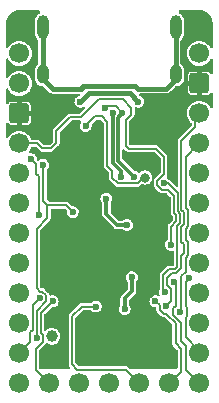
<source format=gbl>
%TF.GenerationSoftware,KiCad,Pcbnew,(6.0.5)*%
%TF.CreationDate,2022-11-22T23:52:45-08:00*%
%TF.ProjectId,0xB2,30784232-2e6b-4696-9361-645f70636258,2*%
%TF.SameCoordinates,Original*%
%TF.FileFunction,Copper,L2,Bot*%
%TF.FilePolarity,Positive*%
%FSLAX46Y46*%
G04 Gerber Fmt 4.6, Leading zero omitted, Abs format (unit mm)*
G04 Created by KiCad (PCBNEW (6.0.5)) date 2022-11-22 23:52:45*
%MOMM*%
%LPD*%
G01*
G04 APERTURE LIST*
G04 Aperture macros list*
%AMRoundRect*
0 Rectangle with rounded corners*
0 $1 Rounding radius*
0 $2 $3 $4 $5 $6 $7 $8 $9 X,Y pos of 4 corners*
0 Add a 4 corners polygon primitive as box body*
4,1,4,$2,$3,$4,$5,$6,$7,$8,$9,$2,$3,0*
0 Add four circle primitives for the rounded corners*
1,1,$1+$1,$2,$3*
1,1,$1+$1,$4,$5*
1,1,$1+$1,$6,$7*
1,1,$1+$1,$8,$9*
0 Add four rect primitives between the rounded corners*
20,1,$1+$1,$2,$3,$4,$5,0*
20,1,$1+$1,$4,$5,$6,$7,0*
20,1,$1+$1,$6,$7,$8,$9,0*
20,1,$1+$1,$8,$9,$2,$3,0*%
G04 Aperture macros list end*
%TA.AperFunction,ComponentPad*%
%ADD10C,1.700000*%
%TD*%
%TA.AperFunction,ComponentPad*%
%ADD11RoundRect,0.255000X-0.595000X-0.595000X0.595000X-0.595000X0.595000X0.595000X-0.595000X0.595000X0*%
%TD*%
%TA.AperFunction,ComponentPad*%
%ADD12RoundRect,0.255000X0.595000X0.595000X-0.595000X0.595000X-0.595000X-0.595000X0.595000X-0.595000X0*%
%TD*%
%TA.AperFunction,ComponentPad*%
%ADD13O,1.000000X2.000000*%
%TD*%
%TA.AperFunction,ComponentPad*%
%ADD14O,1.000000X1.600000*%
%TD*%
%TA.AperFunction,ComponentPad*%
%ADD15RoundRect,0.150000X0.350000X0.350000X-0.350000X0.350000X-0.350000X-0.350000X0.350000X-0.350000X0*%
%TD*%
%TA.AperFunction,ComponentPad*%
%ADD16C,1.000000*%
%TD*%
%TA.AperFunction,ViaPad*%
%ADD17C,0.600000*%
%TD*%
%TA.AperFunction,ViaPad*%
%ADD18C,0.800000*%
%TD*%
%TA.AperFunction,Conductor*%
%ADD19C,0.160000*%
%TD*%
%TA.AperFunction,Conductor*%
%ADD20C,0.320000*%
%TD*%
%TA.AperFunction,Conductor*%
%ADD21C,0.300000*%
%TD*%
%TA.AperFunction,Conductor*%
%ADD22C,0.400000*%
%TD*%
%TA.AperFunction,Conductor*%
%ADD23C,0.200000*%
%TD*%
G04 APERTURE END LIST*
D10*
%TO.P,J2,1,Pin_1*%
%TO.N,/D0*%
X144780000Y-80010000D03*
%TO.P,J2,2,Pin_2*%
%TO.N,/D1*%
X144780000Y-82550000D03*
D11*
%TO.P,J2,3,Pin_3*%
%TO.N,GND*%
X144780000Y-85090000D03*
D10*
%TO.P,J2,4,Pin_4*%
%TO.N,/D24*%
X144780000Y-87630000D03*
%TO.P,J2,5,Pin_5*%
%TO.N,/D2*%
X144780000Y-90170000D03*
%TO.P,J2,6,Pin_6*%
%TO.N,/D3*%
X144780000Y-92710000D03*
%TO.P,J2,7,Pin_7*%
%TO.N,/D4*%
X144780000Y-95250000D03*
%TO.P,J2,8,Pin_8*%
%TO.N,/D5*%
X144780000Y-97790000D03*
%TO.P,J2,9,Pin_9*%
%TO.N,/D6*%
X144780000Y-100330000D03*
%TO.P,J2,10,Pin_10*%
%TO.N,/D7*%
X144780000Y-102870000D03*
%TO.P,J2,11,Pin_11*%
%TO.N,/D8*%
X144780000Y-105410000D03*
%TO.P,J2,12,Pin_12*%
%TO.N,/D9*%
X144780000Y-107950000D03*
%TD*%
%TO.P,J3,1,Pin_1*%
%TO.N,/D12*%
X147320000Y-107950000D03*
%TO.P,J3,2,Pin_2*%
%TO.N,/D13*%
X149860000Y-107950000D03*
%TO.P,J3,3,Pin_3*%
%TO.N,/D14*%
X152400000Y-107950000D03*
%TO.P,J3,4,Pin_4*%
%TO.N,/D15*%
X154940000Y-107950000D03*
%TO.P,J3,5,Pin_5*%
%TO.N,/D16*%
X157480000Y-107950000D03*
%TD*%
%TO.P,J4,1,Pin_1*%
%TO.N,/D21*%
X160020000Y-107950000D03*
%TO.P,J4,2,Pin_2*%
%TO.N,/MOSI*%
X160020000Y-105410000D03*
%TO.P,J4,3,Pin_3*%
%TO.N,/MISO*%
X160020000Y-102870000D03*
%TO.P,J4,4,Pin_4*%
%TO.N,/SCLK*%
X160020000Y-100330000D03*
%TO.P,J4,5,Pin_5*%
%TO.N,/A0*%
X160020000Y-97790000D03*
%TO.P,J4,6,Pin_6*%
%TO.N,/A1*%
X160020000Y-95250000D03*
%TO.P,J4,7,Pin_7*%
%TO.N,/A2*%
X160020000Y-92710000D03*
%TO.P,J4,8,Pin_8*%
%TO.N,/A3*%
X160020000Y-90170000D03*
%TO.P,J4,9,Pin_9*%
%TO.N,+3V3*%
X160020000Y-87630000D03*
%TO.P,J4,10,Pin_10*%
%TO.N,/~{RESET}*%
X160020000Y-85090000D03*
D12*
%TO.P,J4,11,Pin_11*%
%TO.N,GND*%
X160020000Y-82550000D03*
D10*
%TO.P,J4,12,Pin_12*%
%TO.N,+5V*%
X160020000Y-80010000D03*
%TD*%
D13*
%TO.P,J1,S1,SHIELD*%
%TO.N,Net-(FB1-Pad2)*%
X146780000Y-77800000D03*
X158020000Y-77800000D03*
D14*
X158020000Y-81800000D03*
X146780000Y-81800000D03*
%TD*%
D15*
%TO.P,J5,1,Pin_1*%
%TO.N,GND*%
X147550000Y-105235000D03*
D16*
%TO.P,J5,2,Pin_2*%
%TO.N,Net-(J5-Pad2)*%
X147550000Y-103965000D03*
%TD*%
D17*
%TO.N,/D21*%
X157850000Y-99400000D03*
%TO.N,GND*%
X157450000Y-93950000D03*
D18*
%TO.N,VBUS*%
X155420000Y-90524500D03*
D17*
%TO.N,GND*%
X154900000Y-87200000D03*
D18*
X148300000Y-83900000D03*
D17*
%TO.N,/D24*%
X157610500Y-96210000D03*
%TO.N,+1V1*%
X154300000Y-98950000D03*
%TO.N,GND*%
X155500000Y-104300000D03*
X157400000Y-97700000D03*
D18*
X156500000Y-83900000D03*
D17*
X152400000Y-95800000D03*
X151100000Y-106150000D03*
X153600000Y-98200000D03*
X152250000Y-103000000D03*
X148200000Y-91350000D03*
X152400000Y-98200000D03*
X155500000Y-102100000D03*
X153600000Y-95800000D03*
X158300000Y-86150000D03*
X150730000Y-88750000D03*
X151200000Y-97000000D03*
X148550000Y-87300000D03*
D18*
X154800000Y-89450000D03*
D17*
X151200000Y-98200000D03*
X151200000Y-95800000D03*
X147250000Y-87300000D03*
X148500000Y-93450000D03*
X149900000Y-99500000D03*
X153600000Y-97000000D03*
X152400000Y-97000000D03*
X157400000Y-105700000D03*
X146900000Y-99600000D03*
X151500000Y-90950000D03*
X157050000Y-92150000D03*
%TO.N,+3V3*%
X158400000Y-101900000D03*
%TO.N,+1V1*%
X153900000Y-94540480D03*
X153700000Y-101650000D03*
X152150000Y-92300000D03*
%TO.N,VBUS*%
X149950000Y-84100000D03*
X150400000Y-86150000D03*
X154850000Y-84100000D03*
%TO.N,/D-*%
X153500000Y-85050000D03*
X154500000Y-90450000D03*
X151988556Y-84600500D03*
%TO.N,/D+*%
X153400000Y-90450000D03*
X152700000Y-85050000D03*
%TO.N,/D1*%
X145750000Y-88950000D03*
X146439500Y-93700000D03*
%TO.N,/D8*%
X146500000Y-100750000D03*
%TO.N,/D15*%
X151250000Y-101450000D03*
%TO.N,/D16*%
X156300000Y-101000000D03*
%TO.N,/D12*%
X147600000Y-101000000D03*
%TO.N,/MOSI*%
X159150000Y-99050000D03*
%TO.N,/~{RESET}*%
X157200000Y-101400000D03*
%TO.N,/QSPI_~{CS}*%
X146250000Y-104150000D03*
X149300000Y-93450000D03*
X146796318Y-89450000D03*
%TO.N,/VBUS_DET*%
X157110500Y-100234731D03*
X157050000Y-91000000D03*
%TD*%
D19*
%TO.N,/D21*%
X157850000Y-99400000D02*
X158050000Y-99650000D01*
%TO.N,VBUS*%
X155295500Y-90524500D02*
X155420000Y-90524500D01*
X154790489Y-91029511D02*
X155200000Y-90620000D01*
X155200000Y-90620000D02*
X155295500Y-90524500D01*
X153089511Y-91029511D02*
X154790489Y-91029511D01*
%TO.N,/D24*%
X157860000Y-93522177D02*
X157860000Y-92050000D01*
X158060960Y-93723137D02*
X157860000Y-93522177D01*
X158060960Y-94226862D02*
X158060960Y-93723137D01*
X157610500Y-94677322D02*
X158060960Y-94226862D01*
X157860000Y-92050000D02*
X157730000Y-91920000D01*
X157610500Y-96210000D02*
X157610500Y-94677322D01*
%TO.N,/VBUS_DET*%
X158180480Y-91830480D02*
X157350000Y-91000000D01*
X158180480Y-93390787D02*
X158180480Y-91830480D01*
X158380480Y-93590787D02*
X158180480Y-93390787D01*
X158150000Y-94589692D02*
X158380480Y-94359212D01*
X158150000Y-98109135D02*
X158150000Y-94589692D01*
X157959135Y-98300000D02*
X158150000Y-98109135D01*
X158380480Y-94359212D02*
X158380480Y-93590787D01*
X156950000Y-98800000D02*
X157450000Y-98300000D01*
X157450000Y-98300000D02*
X157959135Y-98300000D01*
X157110500Y-100234731D02*
X156950000Y-100074231D01*
X156950000Y-100074231D02*
X156950000Y-98800000D01*
X157350000Y-91000000D02*
X157050000Y-91000000D01*
%TO.N,/D24*%
X146310000Y-87630000D02*
X144780000Y-87630000D01*
X146730000Y-88050000D02*
X146310000Y-87630000D01*
X147910000Y-87590000D02*
X147450000Y-88050000D01*
X147910000Y-86590000D02*
X147910000Y-87590000D01*
X149090000Y-85410000D02*
X147910000Y-86590000D01*
X153550000Y-83900000D02*
X151500000Y-83900000D01*
X154250000Y-84600000D02*
X153550000Y-83900000D01*
X153790000Y-85650000D02*
X154250000Y-85190000D01*
X153790000Y-87820000D02*
X153790000Y-85650000D01*
X154050000Y-88080000D02*
X153790000Y-87820000D01*
X151500000Y-83900000D02*
X149990000Y-85410000D01*
X156340000Y-88080000D02*
X154050000Y-88080000D01*
X157020000Y-88760000D02*
X156340000Y-88080000D01*
X149990000Y-85410000D02*
X149090000Y-85410000D01*
X157020000Y-90250000D02*
X157020000Y-88760000D01*
X156450000Y-90820000D02*
X157020000Y-90250000D01*
X156450000Y-91170000D02*
X156450000Y-90820000D01*
X156850000Y-91570000D02*
X156450000Y-91170000D01*
X157380000Y-91570000D02*
X156850000Y-91570000D01*
X157730000Y-91920000D02*
X157380000Y-91570000D01*
X154250000Y-85190000D02*
X154250000Y-84600000D01*
X147450000Y-88050000D02*
X146730000Y-88050000D01*
%TO.N,VBUS*%
X150400000Y-86100000D02*
X150400000Y-86150000D01*
X151160000Y-85340000D02*
X150400000Y-86100000D01*
X151760000Y-85340000D02*
X151160000Y-85340000D01*
X152210000Y-85790000D02*
X151760000Y-85340000D01*
X152210000Y-89520000D02*
X152210000Y-85790000D01*
X152640000Y-89950000D02*
X152210000Y-89520000D01*
X152640000Y-90580000D02*
X152640000Y-89950000D01*
X153089511Y-91029511D02*
X152640000Y-90580000D01*
D20*
%TO.N,+1V1*%
X154300000Y-100150000D02*
X154300000Y-98950000D01*
X153700000Y-100750000D02*
X154300000Y-100150000D01*
X153700000Y-101650000D02*
X153700000Y-100750000D01*
D19*
%TO.N,+3V3*%
X159059520Y-93309520D02*
X158859520Y-93109520D01*
X159059520Y-97090480D02*
X159059520Y-96009520D01*
X158439031Y-98901192D02*
X158850000Y-98490223D01*
X158859520Y-93109520D02*
X158859520Y-88790480D01*
X158859520Y-88790480D02*
X160020000Y-87630000D01*
X158859520Y-95809520D02*
X158859520Y-94840480D01*
X158850000Y-97300000D02*
X159059520Y-97090480D01*
X158400000Y-101900000D02*
X158439031Y-101810969D01*
X158439031Y-101810969D02*
X158439031Y-98901192D01*
X159059520Y-94640480D02*
X159059520Y-93309520D01*
X158859520Y-94840480D02*
X159059520Y-94640480D01*
X158850000Y-98490223D02*
X158850000Y-97300000D01*
X159059520Y-96009520D02*
X158859520Y-95809520D01*
D21*
%TO.N,+1V1*%
X153040480Y-94540480D02*
X152150000Y-93650000D01*
X153900000Y-94540480D02*
X153040480Y-94540480D01*
X152150000Y-93650000D02*
X152150000Y-92300000D01*
D22*
%TO.N,VBUS*%
X150650480Y-83399520D02*
X154149520Y-83399520D01*
X149950000Y-84100000D02*
X150650480Y-83399520D01*
X154149520Y-83399520D02*
X154850000Y-84100000D01*
%TO.N,Net-(FB1-Pad2)*%
X154800000Y-83000000D02*
X157191000Y-83000000D01*
X146780000Y-77800000D02*
X146780000Y-81800000D01*
X147629521Y-83020521D02*
X149979479Y-83020521D01*
D23*
X158020000Y-82171000D02*
X157795500Y-82395500D01*
D22*
X158020000Y-77800000D02*
X158020000Y-81800000D01*
X146780000Y-81800000D02*
X146780000Y-82171000D01*
X157191000Y-83000000D02*
X157795500Y-82395500D01*
X149979479Y-83020521D02*
X150200000Y-82800000D01*
X150200000Y-82800000D02*
X154600000Y-82800000D01*
X154600000Y-82800000D02*
X154800000Y-83000000D01*
X146780000Y-82171000D02*
X147629521Y-83020521D01*
D23*
X158020000Y-81800000D02*
X158020000Y-82171000D01*
D22*
X157795500Y-82395500D02*
X157975000Y-82216000D01*
D23*
%TO.N,/D-*%
X152088567Y-84500489D02*
X152950489Y-84500489D01*
D21*
X153500000Y-85097838D02*
X153150000Y-85447838D01*
X153500000Y-85050000D02*
X153500000Y-85097838D01*
X153150000Y-85447838D02*
X153150000Y-89100000D01*
D23*
X151988556Y-84600500D02*
X152088567Y-84500489D01*
D21*
X153150000Y-89100000D02*
X154500000Y-90450000D01*
D23*
X152950489Y-84500489D02*
X153500000Y-85050000D01*
D21*
%TO.N,/D+*%
X153400000Y-90000000D02*
X153400000Y-90450000D01*
X152700000Y-85050000D02*
X152700000Y-89300000D01*
X152700000Y-89300000D02*
X153400000Y-90000000D01*
D19*
%TO.N,/D1*%
X146400000Y-93660500D02*
X146439500Y-93700000D01*
X145750000Y-88950000D02*
X146200000Y-89400000D01*
X146200000Y-90200000D02*
X146400000Y-90400000D01*
X146200000Y-89400000D02*
X146200000Y-90200000D01*
X146400000Y-90400000D02*
X146400000Y-93660500D01*
%TO.N,/D8*%
X145900000Y-103400000D02*
X145710489Y-103589511D01*
X146500000Y-100750000D02*
X145900000Y-101350000D01*
X145900000Y-101350000D02*
X145900000Y-103400000D01*
X145710489Y-104479511D02*
X144780000Y-105410000D01*
X145710489Y-103589511D02*
X145710489Y-104479511D01*
%TO.N,/D15*%
X149700000Y-106800000D02*
X153790000Y-106800000D01*
X149250000Y-102250000D02*
X149250000Y-106350000D01*
X150050000Y-101450000D02*
X149250000Y-102250000D01*
X149250000Y-106350000D02*
X149700000Y-106800000D01*
X151250000Y-101450000D02*
X150050000Y-101450000D01*
X153790000Y-106800000D02*
X154940000Y-107950000D01*
%TO.N,/D16*%
X157200000Y-102050000D02*
X157000000Y-102050000D01*
X157480000Y-107950000D02*
X158450000Y-106980000D01*
X158450000Y-106980000D02*
X158450000Y-105000000D01*
X156650000Y-101350000D02*
X156300000Y-101000000D01*
X158450000Y-105000000D02*
X158000000Y-104550000D01*
X157000000Y-102050000D02*
X156650000Y-101700000D01*
X158000000Y-104550000D02*
X158000000Y-102850000D01*
X156650000Y-101700000D02*
X156650000Y-101350000D01*
X158000000Y-102850000D02*
X157200000Y-102050000D01*
%TO.N,/D12*%
X146600000Y-103693507D02*
X146789511Y-103883018D01*
X146789511Y-104410489D02*
X146150000Y-105050000D01*
X147600000Y-101000000D02*
X146600000Y-102000000D01*
X146789511Y-103883018D02*
X146789511Y-104410489D01*
X146150000Y-105050000D02*
X146150000Y-106780000D01*
X146600000Y-102000000D02*
X146600000Y-103693507D01*
X146150000Y-106780000D02*
X147320000Y-107950000D01*
%TO.N,/MOSI*%
X159000000Y-101590223D02*
X159000000Y-102267388D01*
X158850000Y-104050000D02*
X160020000Y-105220000D01*
X159150000Y-99050000D02*
X158850000Y-99350000D01*
X159000000Y-102267388D02*
X158850000Y-102417388D01*
X158850000Y-102417388D02*
X158850000Y-104050000D01*
X158850000Y-101440223D02*
X159000000Y-101590223D01*
X158850000Y-99350000D02*
X158850000Y-101440223D01*
X160020000Y-105220000D02*
X160020000Y-105410000D01*
%TO.N,/~{RESET}*%
X158500000Y-93258438D02*
X158700000Y-93458438D01*
X158700000Y-96158438D02*
X158700000Y-96941562D01*
X158490480Y-98220525D02*
X158079511Y-98631494D01*
X157668506Y-98631494D02*
X157300000Y-99000000D01*
X157300000Y-99000000D02*
X157300000Y-99612985D01*
X157650000Y-99962985D02*
X157650000Y-100950000D01*
X158500000Y-87425657D02*
X158500000Y-93258438D01*
X158500000Y-95958438D02*
X158700000Y-96158438D01*
X158490480Y-97151082D02*
X158490480Y-98220525D01*
X159650000Y-86275657D02*
X158500000Y-87425657D01*
X157650000Y-100950000D02*
X157200000Y-101400000D01*
X158700000Y-96941562D02*
X158490480Y-97151082D01*
X159650000Y-85300000D02*
X159650000Y-86275657D01*
X158700000Y-94491562D02*
X158500000Y-94691562D01*
X158079511Y-98631494D02*
X157668506Y-98631494D01*
X158500000Y-94691562D02*
X158500000Y-95958438D01*
X158700000Y-93458438D02*
X158700000Y-94491562D01*
X157300000Y-99612985D02*
X157650000Y-99962985D01*
%TO.N,/QSPI_~{CS}*%
X146250000Y-104150000D02*
X146250000Y-101800000D01*
X147229511Y-92870489D02*
X147150000Y-92950000D01*
X147150000Y-92825000D02*
X147150000Y-93450000D01*
X147150000Y-93950000D02*
X147150000Y-93450000D01*
X149300000Y-93450000D02*
X149300000Y-93430447D01*
X147039511Y-100489511D02*
X146729511Y-100179511D01*
X146729511Y-100179511D02*
X146529511Y-100179511D01*
X146250000Y-99900000D02*
X146250000Y-94850000D01*
X146250000Y-101800000D02*
X147039511Y-101010489D01*
X146529511Y-100179511D02*
X146250000Y-99900000D01*
X147150000Y-92950000D02*
X147150000Y-93450000D01*
X148740042Y-92870489D02*
X147229511Y-92870489D01*
X146250000Y-94850000D02*
X147150000Y-93950000D01*
X147039511Y-101010489D02*
X147039511Y-100489511D01*
X146796318Y-89450000D02*
X146796318Y-92471318D01*
X146796318Y-92471318D02*
X147150000Y-92825000D01*
X149300000Y-93430447D02*
X148740042Y-92870489D01*
%TO.N,/D21*%
X158050000Y-101380447D02*
X157820489Y-101609958D01*
X158850000Y-104800000D02*
X158850000Y-106780000D01*
X158850000Y-106780000D02*
X160020000Y-107950000D01*
X158450000Y-104400000D02*
X158850000Y-104800000D01*
X157820489Y-101609958D02*
X157820489Y-102170489D01*
X157820489Y-102170489D02*
X158450000Y-102800000D01*
X158450000Y-102800000D02*
X158450000Y-104400000D01*
X158050000Y-99650000D02*
X158050000Y-101380447D01*
%TD*%
%TA.AperFunction,Conductor*%
%TO.N,GND*%
G36*
X151660996Y-85639407D02*
G01*
X151672809Y-85649496D01*
X151900504Y-85877191D01*
X151928281Y-85931708D01*
X151929500Y-85947195D01*
X151929500Y-89470326D01*
X151929243Y-89473826D01*
X151927702Y-89478314D01*
X151928045Y-89487449D01*
X151929430Y-89524333D01*
X151929500Y-89528048D01*
X151929500Y-89546090D01*
X151930284Y-89550296D01*
X151930572Y-89554739D01*
X151931623Y-89582735D01*
X151935575Y-89591934D01*
X151941938Y-89612876D01*
X151943773Y-89622728D01*
X151948568Y-89630507D01*
X151956567Y-89643484D01*
X151963250Y-89656351D01*
X151972871Y-89678743D01*
X151976617Y-89683304D01*
X151980145Y-89686832D01*
X151992468Y-89702423D01*
X151993810Y-89703903D01*
X151998605Y-89711682D01*
X152019943Y-89727908D01*
X152030013Y-89736700D01*
X152330504Y-90037191D01*
X152358281Y-90091708D01*
X152359500Y-90107195D01*
X152359500Y-90530326D01*
X152359243Y-90533826D01*
X152357702Y-90538314D01*
X152358045Y-90547449D01*
X152359430Y-90584333D01*
X152359500Y-90588048D01*
X152359500Y-90606090D01*
X152360284Y-90610296D01*
X152360572Y-90614739D01*
X152361623Y-90642735D01*
X152365575Y-90651934D01*
X152371938Y-90672876D01*
X152373773Y-90682728D01*
X152378568Y-90690507D01*
X152386567Y-90703484D01*
X152393250Y-90716351D01*
X152402871Y-90738743D01*
X152406617Y-90743304D01*
X152410145Y-90746832D01*
X152422468Y-90762423D01*
X152423810Y-90763903D01*
X152428605Y-90771682D01*
X152449943Y-90787908D01*
X152460013Y-90796700D01*
X152856045Y-91192732D01*
X152858337Y-91195387D01*
X152860420Y-91199649D01*
X152871089Y-91209546D01*
X152894178Y-91230964D01*
X152896854Y-91233541D01*
X152909616Y-91246303D01*
X152913135Y-91248717D01*
X152916491Y-91251664D01*
X152930327Y-91264498D01*
X152930330Y-91264500D01*
X152937029Y-91270714D01*
X152945516Y-91274100D01*
X152945518Y-91274101D01*
X152946332Y-91274426D01*
X152965642Y-91284737D01*
X152973900Y-91290402D01*
X152982794Y-91292513D01*
X152982795Y-91292513D01*
X152997624Y-91296032D01*
X153011450Y-91300405D01*
X153034084Y-91309435D01*
X153039958Y-91310011D01*
X153044942Y-91310011D01*
X153064697Y-91312323D01*
X153066681Y-91312420D01*
X153075572Y-91314530D01*
X153102134Y-91310915D01*
X153115485Y-91310011D01*
X154740815Y-91310011D01*
X154744315Y-91310268D01*
X154748803Y-91311809D01*
X154757938Y-91311466D01*
X154794822Y-91310081D01*
X154798537Y-91310011D01*
X154816579Y-91310011D01*
X154820785Y-91309227D01*
X154825228Y-91308939D01*
X154844089Y-91308231D01*
X154853224Y-91307888D01*
X154862423Y-91303936D01*
X154883365Y-91297573D01*
X154893217Y-91295738D01*
X154913973Y-91282944D01*
X154926841Y-91276260D01*
X154949232Y-91266640D01*
X154953793Y-91262894D01*
X154957321Y-91259366D01*
X154972912Y-91247043D01*
X154974392Y-91245701D01*
X154982171Y-91240906D01*
X154998397Y-91219568D01*
X155007189Y-91209498D01*
X155106088Y-91110599D01*
X155160605Y-91082822D01*
X155213975Y-91089139D01*
X155263238Y-91109544D01*
X155269666Y-91110390D01*
X155269669Y-91110391D01*
X155413566Y-91129335D01*
X155420000Y-91130182D01*
X155576762Y-91109544D01*
X155722841Y-91049036D01*
X155848282Y-90952782D01*
X155944536Y-90827341D01*
X155947018Y-90821350D01*
X155947021Y-90821344D01*
X155977016Y-90748927D01*
X156016752Y-90702401D01*
X156028991Y-90699462D01*
X156010679Y-90647909D01*
X156011490Y-90632300D01*
X156024835Y-90530934D01*
X156025682Y-90524500D01*
X156005044Y-90367738D01*
X155944536Y-90221659D01*
X155848282Y-90096218D01*
X155722841Y-89999964D01*
X155576762Y-89939456D01*
X155445569Y-89922184D01*
X155426434Y-89919665D01*
X155420000Y-89918818D01*
X155413566Y-89919665D01*
X155394431Y-89922184D01*
X155263238Y-89939456D01*
X155117159Y-89999964D01*
X154991718Y-90096218D01*
X154991570Y-90096026D01*
X154940191Y-90122204D01*
X154879759Y-90112633D01*
X154849706Y-90089047D01*
X154837006Y-90074308D01*
X154837004Y-90074306D01*
X154832400Y-90068963D01*
X154712095Y-89990985D01*
X154574739Y-89949907D01*
X154535756Y-89949669D01*
X154477682Y-89930407D01*
X154466357Y-89920675D01*
X153529496Y-88983814D01*
X153501719Y-88929297D01*
X153500500Y-88913810D01*
X153500500Y-88166195D01*
X153519407Y-88108004D01*
X153568907Y-88072040D01*
X153630093Y-88072040D01*
X153669504Y-88096191D01*
X153816534Y-88243221D01*
X153818826Y-88245876D01*
X153820909Y-88250138D01*
X153851753Y-88278750D01*
X153854667Y-88281453D01*
X153857343Y-88284030D01*
X153870105Y-88296792D01*
X153873624Y-88299206D01*
X153876980Y-88302153D01*
X153890816Y-88314987D01*
X153890819Y-88314989D01*
X153897518Y-88321203D01*
X153906005Y-88324589D01*
X153906007Y-88324590D01*
X153906821Y-88324915D01*
X153926131Y-88335226D01*
X153934389Y-88340891D01*
X153943283Y-88343002D01*
X153943284Y-88343002D01*
X153958113Y-88346521D01*
X153971939Y-88350894D01*
X153994573Y-88359924D01*
X154000447Y-88360500D01*
X154005431Y-88360500D01*
X154025186Y-88362812D01*
X154027170Y-88362909D01*
X154036061Y-88365019D01*
X154062623Y-88361404D01*
X154075974Y-88360500D01*
X156182805Y-88360500D01*
X156240996Y-88379407D01*
X156252809Y-88389496D01*
X156710504Y-88847191D01*
X156738281Y-88901708D01*
X156739500Y-88917195D01*
X156739500Y-90092805D01*
X156720593Y-90150996D01*
X156710504Y-90162809D01*
X156286779Y-90586534D01*
X156284124Y-90588826D01*
X156279862Y-90590909D01*
X156270009Y-90601531D01*
X156248547Y-90624667D01*
X156245970Y-90627343D01*
X156233208Y-90640105D01*
X156230794Y-90643624D01*
X156227847Y-90646980D01*
X156215013Y-90660816D01*
X156215011Y-90660819D01*
X156208797Y-90667518D01*
X156205411Y-90676005D01*
X156205410Y-90676007D01*
X156205085Y-90676821D01*
X156194777Y-90696126D01*
X156191284Y-90701219D01*
X156147218Y-90735099D01*
X156164744Y-90763700D01*
X156167362Y-90791647D01*
X156167092Y-90797170D01*
X156164982Y-90806061D01*
X156166214Y-90815114D01*
X156166214Y-90815116D01*
X156168596Y-90832616D01*
X156169500Y-90845966D01*
X156169500Y-91120326D01*
X156169243Y-91123826D01*
X156167702Y-91128314D01*
X156168045Y-91137449D01*
X156169430Y-91174333D01*
X156169500Y-91178048D01*
X156169500Y-91196090D01*
X156170284Y-91200296D01*
X156170572Y-91204739D01*
X156170929Y-91214235D01*
X156171623Y-91232735D01*
X156175575Y-91241934D01*
X156181938Y-91262876D01*
X156183773Y-91272728D01*
X156188568Y-91280507D01*
X156196567Y-91293484D01*
X156203250Y-91306351D01*
X156212871Y-91328743D01*
X156216617Y-91333304D01*
X156220145Y-91336832D01*
X156232468Y-91352423D01*
X156233810Y-91353903D01*
X156238605Y-91361682D01*
X156259943Y-91377908D01*
X156270013Y-91386700D01*
X156616534Y-91733221D01*
X156618826Y-91735876D01*
X156620909Y-91740138D01*
X156627608Y-91746352D01*
X156654667Y-91771453D01*
X156657343Y-91774030D01*
X156670105Y-91786792D01*
X156673624Y-91789206D01*
X156676980Y-91792153D01*
X156690814Y-91804985D01*
X156690817Y-91804987D01*
X156697518Y-91811203D01*
X156706007Y-91814590D01*
X156706817Y-91814913D01*
X156726131Y-91825226D01*
X156734388Y-91830890D01*
X156751210Y-91834882D01*
X156758108Y-91836519D01*
X156771934Y-91840892D01*
X156794573Y-91849924D01*
X156800447Y-91850500D01*
X156805436Y-91850500D01*
X156825178Y-91852810D01*
X156827167Y-91852907D01*
X156836061Y-91855018D01*
X156862617Y-91851404D01*
X156875966Y-91850500D01*
X157222805Y-91850500D01*
X157280996Y-91869407D01*
X157292809Y-91879496D01*
X157550504Y-92137191D01*
X157578281Y-92191708D01*
X157579500Y-92207195D01*
X157579500Y-93472503D01*
X157579243Y-93476003D01*
X157577702Y-93480491D01*
X157578045Y-93489626D01*
X157579430Y-93526510D01*
X157579500Y-93530225D01*
X157579500Y-93548267D01*
X157580284Y-93552473D01*
X157580572Y-93556916D01*
X157581623Y-93584912D01*
X157585575Y-93594111D01*
X157591938Y-93615053D01*
X157593773Y-93624905D01*
X157598568Y-93632684D01*
X157606567Y-93645661D01*
X157613250Y-93658528D01*
X157622871Y-93680920D01*
X157626617Y-93685481D01*
X157630145Y-93689009D01*
X157642468Y-93704600D01*
X157643810Y-93706080D01*
X157648605Y-93713859D01*
X157669943Y-93730085D01*
X157680013Y-93738877D01*
X157751464Y-93810328D01*
X157779241Y-93864845D01*
X157780460Y-93880332D01*
X157780460Y-94069667D01*
X157761553Y-94127858D01*
X157751464Y-94139671D01*
X157447279Y-94443856D01*
X157444624Y-94446148D01*
X157440362Y-94448231D01*
X157434147Y-94454930D01*
X157434148Y-94454930D01*
X157409047Y-94481989D01*
X157406470Y-94484665D01*
X157393708Y-94497427D01*
X157391294Y-94500946D01*
X157388347Y-94504302D01*
X157375513Y-94518138D01*
X157375511Y-94518141D01*
X157369297Y-94524840D01*
X157365911Y-94533327D01*
X157365910Y-94533329D01*
X157365585Y-94534143D01*
X157355274Y-94553453D01*
X157349609Y-94561711D01*
X157343978Y-94585440D01*
X157339608Y-94599256D01*
X157330576Y-94621895D01*
X157330000Y-94627769D01*
X157330000Y-94632759D01*
X157327690Y-94652501D01*
X157327593Y-94654488D01*
X157325482Y-94663383D01*
X157328731Y-94687255D01*
X157329096Y-94689938D01*
X157330000Y-94703288D01*
X157330000Y-95740541D01*
X157311093Y-95798732D01*
X157293191Y-95815503D01*
X157294118Y-95816593D01*
X157288742Y-95821168D01*
X157282780Y-95824930D01*
X157278113Y-95830214D01*
X157278111Y-95830216D01*
X157192544Y-95927103D01*
X157192542Y-95927105D01*
X157187877Y-95932388D01*
X157126947Y-96062163D01*
X157125862Y-96069132D01*
X157125861Y-96069135D01*
X157114632Y-96141258D01*
X157104891Y-96203823D01*
X157105806Y-96210820D01*
X157105806Y-96210821D01*
X157118167Y-96305351D01*
X157123480Y-96345979D01*
X157181220Y-96477203D01*
X157227345Y-96532075D01*
X157268931Y-96581549D01*
X157268934Y-96581551D01*
X157273470Y-96586948D01*
X157392813Y-96666390D01*
X157485101Y-96695222D01*
X157522925Y-96707039D01*
X157522926Y-96707039D01*
X157529657Y-96709142D01*
X157601328Y-96710456D01*
X157665945Y-96711641D01*
X157665947Y-96711641D01*
X157672999Y-96711770D01*
X157744461Y-96692287D01*
X157805574Y-96695222D01*
X157853292Y-96733519D01*
X157869500Y-96787801D01*
X157869500Y-97920500D01*
X157850593Y-97978691D01*
X157801093Y-98014655D01*
X157770500Y-98019500D01*
X157499674Y-98019500D01*
X157496174Y-98019243D01*
X157491686Y-98017702D01*
X157482551Y-98018045D01*
X157445667Y-98019430D01*
X157441952Y-98019500D01*
X157423910Y-98019500D01*
X157419704Y-98020284D01*
X157415261Y-98020572D01*
X157396400Y-98021280D01*
X157387265Y-98021623D01*
X157378066Y-98025575D01*
X157357124Y-98031938D01*
X157347272Y-98033773D01*
X157339493Y-98038568D01*
X157326516Y-98046567D01*
X157313649Y-98053250D01*
X157291257Y-98062871D01*
X157286696Y-98066617D01*
X157283168Y-98070145D01*
X157267577Y-98082468D01*
X157266097Y-98083810D01*
X157258318Y-98088605D01*
X157242092Y-98109943D01*
X157233300Y-98120013D01*
X156786779Y-98566534D01*
X156784124Y-98568826D01*
X156779862Y-98570909D01*
X156773647Y-98577608D01*
X156773648Y-98577608D01*
X156748547Y-98604667D01*
X156745970Y-98607343D01*
X156733208Y-98620105D01*
X156730794Y-98623624D01*
X156727847Y-98626980D01*
X156715013Y-98640816D01*
X156715011Y-98640819D01*
X156708797Y-98647518D01*
X156705411Y-98656005D01*
X156705410Y-98656007D01*
X156705085Y-98656821D01*
X156694774Y-98676131D01*
X156689109Y-98684389D01*
X156683478Y-98708118D01*
X156679108Y-98721934D01*
X156670076Y-98744573D01*
X156669500Y-98750447D01*
X156669500Y-98755437D01*
X156667190Y-98775179D01*
X156667093Y-98777166D01*
X156664982Y-98786061D01*
X156667979Y-98808082D01*
X156668596Y-98812616D01*
X156669500Y-98825966D01*
X156669500Y-99974177D01*
X156660116Y-100016248D01*
X156626947Y-100086894D01*
X156625862Y-100093863D01*
X156625861Y-100093866D01*
X156611263Y-100187631D01*
X156604891Y-100228554D01*
X156605806Y-100235551D01*
X156605806Y-100235552D01*
X156610678Y-100272811D01*
X156623480Y-100370710D01*
X156641178Y-100410932D01*
X156647308Y-100471808D01*
X156616485Y-100524662D01*
X156560481Y-100549305D01*
X156512515Y-100541257D01*
X156512095Y-100540985D01*
X156374739Y-100499907D01*
X156291497Y-100499398D01*
X156238427Y-100499074D01*
X156238426Y-100499074D01*
X156231376Y-100499031D01*
X156224599Y-100500968D01*
X156224598Y-100500968D01*
X156100309Y-100536490D01*
X156100307Y-100536491D01*
X156093529Y-100538428D01*
X155972280Y-100614930D01*
X155967613Y-100620214D01*
X155967611Y-100620216D01*
X155882044Y-100717103D01*
X155882042Y-100717105D01*
X155877377Y-100722388D01*
X155874381Y-100728770D01*
X155874380Y-100728771D01*
X155871985Y-100733873D01*
X155816447Y-100852163D01*
X155815362Y-100859132D01*
X155815361Y-100859135D01*
X155803016Y-100938428D01*
X155794391Y-100993823D01*
X155795306Y-101000820D01*
X155795306Y-101000821D01*
X155804915Y-101074307D01*
X155812980Y-101135979D01*
X155815821Y-101142435D01*
X155815821Y-101142436D01*
X155861337Y-101245878D01*
X155870720Y-101267203D01*
X155902230Y-101304689D01*
X155958431Y-101371549D01*
X155958434Y-101371551D01*
X155962970Y-101376948D01*
X155968841Y-101380856D01*
X155968842Y-101380857D01*
X155981143Y-101389045D01*
X156082313Y-101456390D01*
X156181876Y-101487495D01*
X156212425Y-101497039D01*
X156212426Y-101497039D01*
X156219157Y-101499142D01*
X156247078Y-101499654D01*
X156272316Y-101500117D01*
X156330150Y-101520088D01*
X156365200Y-101570239D01*
X156369500Y-101599100D01*
X156369500Y-101650326D01*
X156369243Y-101653826D01*
X156367702Y-101658314D01*
X156368045Y-101667449D01*
X156369430Y-101704333D01*
X156369500Y-101708048D01*
X156369500Y-101726090D01*
X156370284Y-101730296D01*
X156370572Y-101734739D01*
X156371623Y-101762735D01*
X156375575Y-101771934D01*
X156381938Y-101792876D01*
X156383773Y-101802728D01*
X156388568Y-101810507D01*
X156396567Y-101823484D01*
X156403250Y-101836351D01*
X156412871Y-101858743D01*
X156416617Y-101863304D01*
X156420145Y-101866832D01*
X156432468Y-101882423D01*
X156433810Y-101883903D01*
X156438605Y-101891682D01*
X156459943Y-101907908D01*
X156470013Y-101916700D01*
X156766534Y-102213221D01*
X156768826Y-102215876D01*
X156770909Y-102220138D01*
X156777608Y-102226352D01*
X156804667Y-102251453D01*
X156807343Y-102254030D01*
X156820105Y-102266792D01*
X156823624Y-102269206D01*
X156826980Y-102272153D01*
X156840816Y-102284987D01*
X156840819Y-102284989D01*
X156847518Y-102291203D01*
X156856005Y-102294589D01*
X156856007Y-102294590D01*
X156856821Y-102294915D01*
X156876131Y-102305226D01*
X156884389Y-102310891D01*
X156893283Y-102313002D01*
X156893284Y-102313002D01*
X156908113Y-102316521D01*
X156921939Y-102320894D01*
X156944573Y-102329924D01*
X156950447Y-102330500D01*
X156955431Y-102330500D01*
X156975186Y-102332812D01*
X156977170Y-102332909D01*
X156986061Y-102335019D01*
X157012622Y-102331404D01*
X157025973Y-102330500D01*
X157042805Y-102330500D01*
X157100996Y-102349407D01*
X157112809Y-102359496D01*
X157690504Y-102937191D01*
X157718281Y-102991708D01*
X157719500Y-103007195D01*
X157719500Y-104500326D01*
X157719243Y-104503826D01*
X157717702Y-104508314D01*
X157718045Y-104517449D01*
X157719430Y-104554333D01*
X157719500Y-104558048D01*
X157719500Y-104576090D01*
X157720284Y-104580296D01*
X157720572Y-104584739D01*
X157721623Y-104612735D01*
X157725575Y-104621934D01*
X157731938Y-104642876D01*
X157733773Y-104652728D01*
X157740851Y-104664210D01*
X157746567Y-104673484D01*
X157753250Y-104686351D01*
X157762871Y-104708743D01*
X157766617Y-104713304D01*
X157770145Y-104716832D01*
X157782468Y-104732423D01*
X157783810Y-104733903D01*
X157788605Y-104741682D01*
X157809943Y-104757908D01*
X157820013Y-104766700D01*
X158140504Y-105087191D01*
X158168281Y-105141708D01*
X158169500Y-105157195D01*
X158169500Y-106621000D01*
X158150593Y-106679191D01*
X158101093Y-106715155D01*
X158070500Y-106720000D01*
X154147695Y-106720000D01*
X154089504Y-106701093D01*
X154077691Y-106691004D01*
X154023466Y-106636779D01*
X154021174Y-106634124D01*
X154019091Y-106629862D01*
X153985333Y-106598547D01*
X153982657Y-106595970D01*
X153969895Y-106583208D01*
X153966376Y-106580794D01*
X153963020Y-106577847D01*
X153949184Y-106565013D01*
X153949181Y-106565011D01*
X153942482Y-106558797D01*
X153933995Y-106555411D01*
X153933993Y-106555410D01*
X153933179Y-106555085D01*
X153913869Y-106544774D01*
X153913153Y-106544283D01*
X153905611Y-106539109D01*
X153881882Y-106533478D01*
X153868066Y-106529108D01*
X153851921Y-106522667D01*
X153851922Y-106522667D01*
X153845427Y-106520076D01*
X153839553Y-106519500D01*
X153834563Y-106519500D01*
X153814821Y-106517190D01*
X153812834Y-106517093D01*
X153803939Y-106514982D01*
X153777384Y-106518596D01*
X153764034Y-106519500D01*
X149857195Y-106519500D01*
X149799004Y-106500593D01*
X149787191Y-106490504D01*
X149559496Y-106262809D01*
X149531719Y-106208292D01*
X149530500Y-106192805D01*
X149530500Y-102407195D01*
X149549407Y-102349004D01*
X149559496Y-102337191D01*
X150137191Y-101759496D01*
X150191708Y-101731719D01*
X150207195Y-101730500D01*
X150785785Y-101730500D01*
X150843976Y-101749407D01*
X150861568Y-101765798D01*
X150912970Y-101826948D01*
X150918841Y-101830856D01*
X150918842Y-101830857D01*
X150926534Y-101835977D01*
X151032313Y-101906390D01*
X151116701Y-101932754D01*
X151162425Y-101947039D01*
X151162426Y-101947039D01*
X151169157Y-101949142D01*
X151240828Y-101950456D01*
X151305445Y-101951641D01*
X151305447Y-101951641D01*
X151312499Y-101951770D01*
X151319302Y-101949915D01*
X151319304Y-101949915D01*
X151394503Y-101929413D01*
X151450817Y-101914060D01*
X151572991Y-101839045D01*
X151578360Y-101833114D01*
X151664468Y-101737982D01*
X151669200Y-101732754D01*
X151712287Y-101643823D01*
X153194391Y-101643823D01*
X153195306Y-101650820D01*
X153195306Y-101650821D01*
X153210341Y-101765798D01*
X153212980Y-101785979D01*
X153215821Y-101792435D01*
X153215821Y-101792436D01*
X153264243Y-101902482D01*
X153270720Y-101917203D01*
X153299668Y-101951641D01*
X153358431Y-102021549D01*
X153358434Y-102021551D01*
X153362970Y-102026948D01*
X153368841Y-102030856D01*
X153368842Y-102030857D01*
X153381143Y-102039045D01*
X153482313Y-102106390D01*
X153582920Y-102137821D01*
X153612425Y-102147039D01*
X153612426Y-102147039D01*
X153619157Y-102149142D01*
X153690828Y-102150456D01*
X153755445Y-102151641D01*
X153755447Y-102151641D01*
X153762499Y-102151770D01*
X153769302Y-102149915D01*
X153769304Y-102149915D01*
X153856541Y-102126131D01*
X153900817Y-102114060D01*
X154022991Y-102039045D01*
X154030403Y-102030857D01*
X154114468Y-101937982D01*
X154119200Y-101932754D01*
X154181710Y-101803733D01*
X154183536Y-101792883D01*
X154204862Y-101666124D01*
X154204862Y-101666120D01*
X154205496Y-101662354D01*
X154205546Y-101658314D01*
X154205600Y-101653826D01*
X154205647Y-101650000D01*
X154185323Y-101508082D01*
X154132879Y-101392737D01*
X154128905Y-101383996D01*
X154128904Y-101383995D01*
X154125984Y-101377572D01*
X154084500Y-101329427D01*
X154060840Y-101273004D01*
X154060500Y-101264806D01*
X154060500Y-100940332D01*
X154079407Y-100882141D01*
X154089496Y-100870328D01*
X154520250Y-100439574D01*
X154536552Y-100426409D01*
X154539100Y-100424764D01*
X154539101Y-100424763D01*
X154545976Y-100420324D01*
X154566476Y-100394320D01*
X154570881Y-100389362D01*
X154573205Y-100386619D01*
X154576090Y-100383734D01*
X154587049Y-100368399D01*
X154589828Y-100364698D01*
X154615212Y-100332499D01*
X154620277Y-100326074D01*
X154622830Y-100318805D01*
X154623737Y-100317059D01*
X154628216Y-100310791D01*
X154642305Y-100263682D01*
X154643746Y-100259248D01*
X154657980Y-100218714D01*
X154657981Y-100218710D01*
X154660043Y-100212838D01*
X154660500Y-100207561D01*
X154660500Y-100205441D01*
X154660567Y-100203895D01*
X154660718Y-100202112D01*
X154662603Y-100195808D01*
X154660576Y-100144219D01*
X154660500Y-100140332D01*
X154660500Y-99335756D01*
X154679407Y-99277565D01*
X154686102Y-99269320D01*
X154714468Y-99237982D01*
X154714468Y-99237981D01*
X154719200Y-99232754D01*
X154781710Y-99103733D01*
X154785875Y-99078982D01*
X154804862Y-98966124D01*
X154804862Y-98966120D01*
X154805496Y-98962354D01*
X154805647Y-98950000D01*
X154785323Y-98808082D01*
X154733127Y-98693282D01*
X154728905Y-98683996D01*
X154728904Y-98683995D01*
X154725984Y-98677572D01*
X154665582Y-98607472D01*
X154637005Y-98574307D01*
X154637004Y-98574306D01*
X154632400Y-98568963D01*
X154512095Y-98490985D01*
X154374739Y-98449907D01*
X154291497Y-98449398D01*
X154238427Y-98449074D01*
X154238426Y-98449074D01*
X154231376Y-98449031D01*
X154224599Y-98450968D01*
X154224598Y-98450968D01*
X154100309Y-98486490D01*
X154100307Y-98486491D01*
X154093529Y-98488428D01*
X153972280Y-98564930D01*
X153967613Y-98570214D01*
X153967611Y-98570216D01*
X153882044Y-98667103D01*
X153882042Y-98667105D01*
X153877377Y-98672388D01*
X153874381Y-98678770D01*
X153874380Y-98678771D01*
X153854847Y-98720374D01*
X153816447Y-98802163D01*
X153815362Y-98809132D01*
X153815361Y-98809135D01*
X153800680Y-98903430D01*
X153794391Y-98943823D01*
X153795306Y-98950820D01*
X153795306Y-98950821D01*
X153796814Y-98962354D01*
X153812980Y-99085979D01*
X153815821Y-99092435D01*
X153815821Y-99092436D01*
X153823586Y-99110082D01*
X153870720Y-99217203D01*
X153883792Y-99232754D01*
X153916283Y-99271407D01*
X153939253Y-99328117D01*
X153939500Y-99335109D01*
X153939500Y-99959668D01*
X153920593Y-100017859D01*
X153910504Y-100029672D01*
X153479750Y-100460426D01*
X153463448Y-100473591D01*
X153454024Y-100479676D01*
X153448956Y-100486105D01*
X153433524Y-100505680D01*
X153429119Y-100510638D01*
X153426795Y-100513381D01*
X153423910Y-100516266D01*
X153412951Y-100531601D01*
X153410174Y-100535300D01*
X153379723Y-100573926D01*
X153377170Y-100581195D01*
X153376263Y-100582941D01*
X153371784Y-100589209D01*
X153369440Y-100597047D01*
X153357695Y-100636318D01*
X153356254Y-100640752D01*
X153348418Y-100663067D01*
X153339957Y-100687162D01*
X153339500Y-100692439D01*
X153339500Y-100694559D01*
X153339433Y-100696105D01*
X153339282Y-100697888D01*
X153337397Y-100704192D01*
X153337718Y-100712367D01*
X153337718Y-100712369D01*
X153339424Y-100755781D01*
X153339500Y-100759668D01*
X153339500Y-101264588D01*
X153320593Y-101322779D01*
X153314704Y-101330122D01*
X153282050Y-101367096D01*
X153282048Y-101367099D01*
X153277377Y-101372388D01*
X153216447Y-101502163D01*
X153215362Y-101509132D01*
X153215361Y-101509135D01*
X153206798Y-101564133D01*
X153194391Y-101643823D01*
X151712287Y-101643823D01*
X151731710Y-101603733D01*
X151738373Y-101564133D01*
X151754862Y-101466124D01*
X151754862Y-101466120D01*
X151755496Y-101462354D01*
X151755647Y-101450000D01*
X151735323Y-101308082D01*
X151706903Y-101245575D01*
X151678905Y-101183996D01*
X151678904Y-101183995D01*
X151675984Y-101177572D01*
X151615582Y-101107472D01*
X151587005Y-101074307D01*
X151587004Y-101074306D01*
X151582400Y-101068963D01*
X151462095Y-100990985D01*
X151324739Y-100949907D01*
X151241497Y-100949398D01*
X151188427Y-100949074D01*
X151188426Y-100949074D01*
X151181376Y-100949031D01*
X151174599Y-100950968D01*
X151174598Y-100950968D01*
X151050309Y-100986490D01*
X151050307Y-100986491D01*
X151043529Y-100988428D01*
X150922280Y-101064930D01*
X150917613Y-101070214D01*
X150917611Y-101070216D01*
X150891091Y-101100245D01*
X150859533Y-101135979D01*
X150859484Y-101136034D01*
X150806793Y-101167134D01*
X150785280Y-101169500D01*
X150099674Y-101169500D01*
X150096174Y-101169243D01*
X150091686Y-101167702D01*
X150082551Y-101168045D01*
X150045667Y-101169430D01*
X150041952Y-101169500D01*
X150023910Y-101169500D01*
X150019704Y-101170284D01*
X150015261Y-101170572D01*
X149996400Y-101171280D01*
X149987265Y-101171623D01*
X149978066Y-101175575D01*
X149957124Y-101181938D01*
X149947272Y-101183773D01*
X149939493Y-101188568D01*
X149926516Y-101196567D01*
X149913649Y-101203250D01*
X149891257Y-101212871D01*
X149886696Y-101216617D01*
X149883168Y-101220145D01*
X149867577Y-101232468D01*
X149866097Y-101233810D01*
X149858318Y-101238605D01*
X149842092Y-101259943D01*
X149833300Y-101270013D01*
X149086779Y-102016534D01*
X149084124Y-102018826D01*
X149079862Y-102020909D01*
X149059614Y-102042737D01*
X149048547Y-102054667D01*
X149045970Y-102057343D01*
X149033208Y-102070105D01*
X149030794Y-102073624D01*
X149027847Y-102076980D01*
X149015013Y-102090816D01*
X149015011Y-102090819D01*
X149008797Y-102097518D01*
X149005411Y-102106005D01*
X149005410Y-102106007D01*
X149005085Y-102106821D01*
X148994774Y-102126131D01*
X148989109Y-102134389D01*
X148983478Y-102158118D01*
X148979108Y-102171934D01*
X148970076Y-102194573D01*
X148969500Y-102200447D01*
X148969500Y-102205437D01*
X148967190Y-102225179D01*
X148967093Y-102227166D01*
X148964982Y-102236061D01*
X148968596Y-102262616D01*
X148969500Y-102275966D01*
X148969500Y-106300326D01*
X148969243Y-106303826D01*
X148967702Y-106308314D01*
X148968045Y-106317449D01*
X148969430Y-106354333D01*
X148969500Y-106358048D01*
X148969500Y-106376090D01*
X148970284Y-106380296D01*
X148970572Y-106384739D01*
X148971623Y-106412735D01*
X148975575Y-106421934D01*
X148981938Y-106442876D01*
X148983773Y-106452728D01*
X148988568Y-106460507D01*
X148996567Y-106473484D01*
X149003250Y-106486351D01*
X149012871Y-106508743D01*
X149016617Y-106513304D01*
X149020145Y-106516832D01*
X149032468Y-106532423D01*
X149033810Y-106533903D01*
X149038605Y-106541682D01*
X149045881Y-106547215D01*
X149052020Y-106553985D01*
X149049220Y-106556524D01*
X149074155Y-106592465D01*
X149072823Y-106653636D01*
X149035790Y-106702341D01*
X148979357Y-106720000D01*
X146529500Y-106720000D01*
X146471309Y-106701093D01*
X146435345Y-106651593D01*
X146430500Y-106621000D01*
X146430500Y-105207195D01*
X146449407Y-105149004D01*
X146459496Y-105137191D01*
X146952732Y-104643955D01*
X146955387Y-104641663D01*
X146959649Y-104639580D01*
X146990964Y-104605822D01*
X146993541Y-104603146D01*
X147006303Y-104590384D01*
X147008723Y-104586855D01*
X147011660Y-104583510D01*
X147029517Y-104564262D01*
X147082953Y-104534460D01*
X147143702Y-104541759D01*
X147149333Y-104544589D01*
X147195812Y-104569825D01*
X147290235Y-104621092D01*
X147332016Y-104632053D01*
X147448464Y-104662603D01*
X147448468Y-104662604D01*
X147454233Y-104664116D01*
X147460194Y-104664210D01*
X147460197Y-104664210D01*
X147538996Y-104665447D01*
X147623760Y-104666779D01*
X147629575Y-104665447D01*
X147629577Y-104665447D01*
X147783206Y-104630262D01*
X147783209Y-104630261D01*
X147789029Y-104628928D01*
X147804610Y-104621092D01*
X147879358Y-104583497D01*
X147940498Y-104552747D01*
X147945035Y-104548872D01*
X147945038Y-104548870D01*
X148064888Y-104446508D01*
X148064891Y-104446505D01*
X148069423Y-104442634D01*
X148072904Y-104437790D01*
X148164877Y-104309796D01*
X148164878Y-104309794D01*
X148168361Y-104304947D01*
X148231601Y-104147634D01*
X148255490Y-103979778D01*
X148255645Y-103965000D01*
X148235276Y-103796680D01*
X148175345Y-103638077D01*
X148079312Y-103498349D01*
X147952721Y-103385560D01*
X147802881Y-103306224D01*
X147720661Y-103285572D01*
X147644231Y-103266373D01*
X147644228Y-103266373D01*
X147638441Y-103264919D01*
X147552841Y-103264471D01*
X147474861Y-103264062D01*
X147474859Y-103264062D01*
X147468895Y-103264031D01*
X147463099Y-103265423D01*
X147463095Y-103265423D01*
X147355703Y-103291207D01*
X147304032Y-103303612D01*
X147228701Y-103342493D01*
X147158675Y-103378636D01*
X147158673Y-103378638D01*
X147153369Y-103381375D01*
X147148874Y-103385296D01*
X147148870Y-103385299D01*
X147044580Y-103476277D01*
X146988300Y-103500282D01*
X146928659Y-103486622D01*
X146888438Y-103440515D01*
X146880500Y-103401674D01*
X146880500Y-102157195D01*
X146899407Y-102099004D01*
X146909496Y-102087191D01*
X147468184Y-101528503D01*
X147522701Y-101500726D01*
X147540001Y-101499524D01*
X147581886Y-101500292D01*
X147655445Y-101501641D01*
X147655447Y-101501641D01*
X147662499Y-101501770D01*
X147669302Y-101499915D01*
X147669304Y-101499915D01*
X147744503Y-101479413D01*
X147800817Y-101464060D01*
X147922991Y-101389045D01*
X147930403Y-101380857D01*
X148014468Y-101287982D01*
X148019200Y-101282754D01*
X148073552Y-101170572D01*
X148078634Y-101160082D01*
X148081710Y-101153733D01*
X148085875Y-101128982D01*
X148104862Y-101016124D01*
X148104862Y-101016120D01*
X148105496Y-101012354D01*
X148105647Y-101000000D01*
X148085323Y-100858082D01*
X148025984Y-100727572D01*
X147932400Y-100618963D01*
X147812095Y-100540985D01*
X147674739Y-100499907D01*
X147591497Y-100499398D01*
X147538427Y-100499074D01*
X147538426Y-100499074D01*
X147531376Y-100499031D01*
X147524599Y-100500968D01*
X147524598Y-100500968D01*
X147492045Y-100510272D01*
X147444235Y-100523936D01*
X147383090Y-100521747D01*
X147334908Y-100484036D01*
X147322002Y-100444429D01*
X147320240Y-100444826D01*
X147318231Y-100435911D01*
X147317888Y-100426776D01*
X147313936Y-100417577D01*
X147307573Y-100396635D01*
X147305738Y-100386783D01*
X147292944Y-100366027D01*
X147286260Y-100353159D01*
X147279397Y-100337186D01*
X147276640Y-100330768D01*
X147272894Y-100326207D01*
X147269366Y-100322679D01*
X147257043Y-100307088D01*
X147255701Y-100305608D01*
X147250906Y-100297829D01*
X147229568Y-100281603D01*
X147219498Y-100272811D01*
X146962977Y-100016290D01*
X146960685Y-100013635D01*
X146958602Y-100009373D01*
X146924844Y-99978058D01*
X146922168Y-99975481D01*
X146909406Y-99962719D01*
X146905887Y-99960305D01*
X146902531Y-99957358D01*
X146888695Y-99944524D01*
X146888692Y-99944522D01*
X146881993Y-99938308D01*
X146873506Y-99934922D01*
X146873504Y-99934921D01*
X146872690Y-99934596D01*
X146853380Y-99924285D01*
X146852664Y-99923794D01*
X146845122Y-99918620D01*
X146821393Y-99912989D01*
X146807577Y-99908619D01*
X146791432Y-99902178D01*
X146791433Y-99902178D01*
X146784938Y-99899587D01*
X146779064Y-99899011D01*
X146774074Y-99899011D01*
X146754332Y-99896701D01*
X146752345Y-99896604D01*
X146743450Y-99894493D01*
X146716895Y-99898107D01*
X146703545Y-99899011D01*
X146686706Y-99899011D01*
X146628515Y-99880104D01*
X146616702Y-99870015D01*
X146559496Y-99812809D01*
X146531719Y-99758292D01*
X146530500Y-99742805D01*
X146530500Y-95007195D01*
X146549407Y-94949004D01*
X146559496Y-94937191D01*
X147313221Y-94183466D01*
X147315876Y-94181174D01*
X147320138Y-94179091D01*
X147351453Y-94145333D01*
X147354030Y-94142657D01*
X147366792Y-94129895D01*
X147369212Y-94126366D01*
X147372147Y-94123024D01*
X147391203Y-94102482D01*
X147394914Y-94093181D01*
X147405224Y-94073871D01*
X147410890Y-94065611D01*
X147413000Y-94056719D01*
X147413002Y-94056715D01*
X147416520Y-94041892D01*
X147420891Y-94028071D01*
X147427335Y-94011917D01*
X147427335Y-94011916D01*
X147429924Y-94005427D01*
X147430500Y-93999553D01*
X147430500Y-93994564D01*
X147432810Y-93974822D01*
X147432907Y-93972833D01*
X147435018Y-93963939D01*
X147431404Y-93937383D01*
X147430500Y-93924034D01*
X147430500Y-93249989D01*
X147449407Y-93191798D01*
X147498907Y-93155834D01*
X147529500Y-93150989D01*
X148582847Y-93150989D01*
X148641038Y-93169896D01*
X148652851Y-93179985D01*
X148775315Y-93302449D01*
X148803092Y-93356966D01*
X148803132Y-93387681D01*
X148794391Y-93443823D01*
X148795306Y-93450820D01*
X148795306Y-93450821D01*
X148812065Y-93578982D01*
X148812980Y-93585979D01*
X148815821Y-93592435D01*
X148815821Y-93592436D01*
X148865175Y-93704600D01*
X148870720Y-93717203D01*
X148916845Y-93772076D01*
X148958431Y-93821549D01*
X148958434Y-93821551D01*
X148962970Y-93826948D01*
X148968841Y-93830856D01*
X148968842Y-93830857D01*
X148976537Y-93835979D01*
X149082313Y-93906390D01*
X149160258Y-93930741D01*
X149212425Y-93947039D01*
X149212426Y-93947039D01*
X149219157Y-93949142D01*
X149290828Y-93950456D01*
X149355445Y-93951641D01*
X149355447Y-93951641D01*
X149362499Y-93951770D01*
X149369302Y-93949915D01*
X149369304Y-93949915D01*
X149464233Y-93924034D01*
X149500817Y-93914060D01*
X149622991Y-93839045D01*
X149630403Y-93830857D01*
X149714468Y-93737982D01*
X149719200Y-93732754D01*
X149781710Y-93603733D01*
X149784877Y-93584912D01*
X149804862Y-93466124D01*
X149804862Y-93466120D01*
X149805496Y-93462354D01*
X149805647Y-93450000D01*
X149785323Y-93308082D01*
X149725984Y-93177572D01*
X149632400Y-93068963D01*
X149512095Y-92990985D01*
X149374739Y-92949907D01*
X149341340Y-92949703D01*
X149255825Y-92949180D01*
X149197751Y-92929917D01*
X149186426Y-92920186D01*
X148973508Y-92707268D01*
X148971216Y-92704613D01*
X148969133Y-92700351D01*
X148935375Y-92669036D01*
X148932699Y-92666459D01*
X148919937Y-92653697D01*
X148916418Y-92651283D01*
X148913062Y-92648336D01*
X148899226Y-92635502D01*
X148899223Y-92635500D01*
X148892524Y-92629286D01*
X148884037Y-92625900D01*
X148884035Y-92625899D01*
X148883221Y-92625574D01*
X148863911Y-92615263D01*
X148863195Y-92614772D01*
X148855653Y-92609598D01*
X148831924Y-92603967D01*
X148818108Y-92599597D01*
X148801963Y-92593156D01*
X148801964Y-92593156D01*
X148795469Y-92590565D01*
X148789595Y-92589989D01*
X148784605Y-92589989D01*
X148764863Y-92587679D01*
X148762876Y-92587582D01*
X148753981Y-92585471D01*
X148727426Y-92589085D01*
X148714076Y-92589989D01*
X147352684Y-92589989D01*
X147294493Y-92571082D01*
X147282680Y-92560993D01*
X147105814Y-92384127D01*
X147078037Y-92329610D01*
X147076818Y-92314123D01*
X147076818Y-92293823D01*
X151644391Y-92293823D01*
X151645306Y-92300820D01*
X151645306Y-92300821D01*
X151647307Y-92316124D01*
X151662980Y-92435979D01*
X151665821Y-92442435D01*
X151665821Y-92442436D01*
X151673586Y-92460082D01*
X151720720Y-92567203D01*
X151740358Y-92590565D01*
X151776283Y-92633303D01*
X151799253Y-92690013D01*
X151799500Y-92697005D01*
X151799500Y-93602052D01*
X151797282Y-93622888D01*
X151795049Y-93633261D01*
X151796011Y-93641386D01*
X151798814Y-93665071D01*
X151799161Y-93670963D01*
X151799164Y-93670963D01*
X151799500Y-93675030D01*
X151799500Y-93679115D01*
X151800170Y-93683141D01*
X151800171Y-93683152D01*
X151802496Y-93697119D01*
X151803152Y-93701726D01*
X151804220Y-93710747D01*
X151807550Y-93738877D01*
X151808764Y-93749138D01*
X151812118Y-93756122D01*
X151812539Y-93757454D01*
X151813812Y-93765103D01*
X151836505Y-93807160D01*
X151838605Y-93811283D01*
X151856580Y-93848717D01*
X151856582Y-93848721D01*
X151859274Y-93854326D01*
X151862592Y-93858274D01*
X151864100Y-93859782D01*
X151865282Y-93861071D01*
X151866148Y-93862097D01*
X151869222Y-93867794D01*
X151875229Y-93873347D01*
X151906020Y-93901810D01*
X151908822Y-93904504D01*
X152758733Y-94754414D01*
X152771898Y-94770716D01*
X152777655Y-94779632D01*
X152784084Y-94784700D01*
X152802808Y-94799461D01*
X152807217Y-94803378D01*
X152807218Y-94803377D01*
X152810347Y-94806028D01*
X152813227Y-94808908D01*
X152816545Y-94811279D01*
X152816546Y-94811280D01*
X152828064Y-94819511D01*
X152831793Y-94822311D01*
X152869291Y-94851872D01*
X152876596Y-94854437D01*
X152877846Y-94855087D01*
X152884149Y-94859591D01*
X152915938Y-94869098D01*
X152929895Y-94873272D01*
X152934331Y-94874713D01*
X152973513Y-94888473D01*
X152973516Y-94888474D01*
X152979386Y-94890535D01*
X152984524Y-94890980D01*
X152986662Y-94890980D01*
X152988381Y-94891054D01*
X152989742Y-94891169D01*
X152995944Y-94893024D01*
X153004115Y-94892703D01*
X153046034Y-94891056D01*
X153049921Y-94890980D01*
X153497085Y-94890980D01*
X153555276Y-94909887D01*
X153559488Y-94913286D01*
X153562970Y-94917428D01*
X153568841Y-94921336D01*
X153568842Y-94921337D01*
X153581143Y-94929525D01*
X153682313Y-94996870D01*
X153782920Y-95028301D01*
X153812425Y-95037519D01*
X153812426Y-95037519D01*
X153819157Y-95039622D01*
X153890828Y-95040936D01*
X153955445Y-95042121D01*
X153955447Y-95042121D01*
X153962499Y-95042250D01*
X153969302Y-95040395D01*
X153969304Y-95040395D01*
X154044503Y-95019893D01*
X154100817Y-95004540D01*
X154222991Y-94929525D01*
X154230403Y-94921337D01*
X154314468Y-94828462D01*
X154319200Y-94823234D01*
X154381710Y-94694213D01*
X154385374Y-94672439D01*
X154404862Y-94556604D01*
X154404862Y-94556600D01*
X154405496Y-94552834D01*
X154405647Y-94540480D01*
X154385323Y-94398562D01*
X154363010Y-94349486D01*
X154328905Y-94274476D01*
X154328904Y-94274475D01*
X154325984Y-94268052D01*
X154242421Y-94171073D01*
X154237005Y-94164787D01*
X154237004Y-94164786D01*
X154232400Y-94159443D01*
X154112095Y-94081465D01*
X153974739Y-94040387D01*
X153891497Y-94039878D01*
X153838427Y-94039554D01*
X153838426Y-94039554D01*
X153831376Y-94039511D01*
X153824599Y-94041448D01*
X153824598Y-94041448D01*
X153700309Y-94076970D01*
X153700307Y-94076971D01*
X153693529Y-94078908D01*
X153572280Y-94155410D01*
X153567611Y-94160697D01*
X153562241Y-94165267D01*
X153560313Y-94163002D01*
X153518614Y-94187614D01*
X153497101Y-94189980D01*
X153226670Y-94189980D01*
X153168479Y-94171073D01*
X153156666Y-94160984D01*
X152529496Y-93533814D01*
X152501719Y-93479297D01*
X152500500Y-93463810D01*
X152500500Y-92696804D01*
X152519407Y-92638613D01*
X152526102Y-92630368D01*
X152527082Y-92629286D01*
X152562651Y-92589989D01*
X152564468Y-92587982D01*
X152564468Y-92587981D01*
X152569200Y-92582754D01*
X152631710Y-92453733D01*
X152635875Y-92428982D01*
X152654862Y-92316124D01*
X152654862Y-92316120D01*
X152655496Y-92312354D01*
X152655647Y-92300000D01*
X152635323Y-92158082D01*
X152575984Y-92027572D01*
X152482400Y-91918963D01*
X152362095Y-91840985D01*
X152224739Y-91799907D01*
X152141497Y-91799398D01*
X152088427Y-91799074D01*
X152088426Y-91799074D01*
X152081376Y-91799031D01*
X152074599Y-91800968D01*
X152074598Y-91800968D01*
X151950309Y-91836490D01*
X151950307Y-91836491D01*
X151943529Y-91838428D01*
X151822280Y-91914930D01*
X151817613Y-91920214D01*
X151817611Y-91920216D01*
X151732044Y-92017103D01*
X151732042Y-92017105D01*
X151727377Y-92022388D01*
X151666447Y-92152163D01*
X151665362Y-92159132D01*
X151665361Y-92159135D01*
X151650680Y-92253430D01*
X151644391Y-92293823D01*
X147076818Y-92293823D01*
X147076818Y-89919503D01*
X147095725Y-89861312D01*
X147112579Y-89843334D01*
X147113304Y-89842732D01*
X147119309Y-89839045D01*
X147124037Y-89833822D01*
X147124039Y-89833820D01*
X147210786Y-89737982D01*
X147215518Y-89732754D01*
X147258769Y-89643484D01*
X147274952Y-89610082D01*
X147278028Y-89603733D01*
X147280149Y-89591131D01*
X147301180Y-89466124D01*
X147301180Y-89466120D01*
X147301814Y-89462354D01*
X147301965Y-89450000D01*
X147281641Y-89308082D01*
X147222302Y-89177572D01*
X147143380Y-89085979D01*
X147133323Y-89074307D01*
X147133322Y-89074306D01*
X147128718Y-89068963D01*
X147008413Y-88990985D01*
X146871057Y-88949907D01*
X146787815Y-88949398D01*
X146734745Y-88949074D01*
X146734744Y-88949074D01*
X146727694Y-88949031D01*
X146720917Y-88950968D01*
X146720916Y-88950968D01*
X146596627Y-88986490D01*
X146596625Y-88986491D01*
X146589847Y-88988428D01*
X146468598Y-89064930D01*
X146441254Y-89095892D01*
X146388563Y-89126991D01*
X146327654Y-89121179D01*
X146297047Y-89100360D01*
X146277698Y-89081011D01*
X146249921Y-89026494D01*
X146250074Y-88994582D01*
X146254862Y-88966124D01*
X146254862Y-88966120D01*
X146255496Y-88962354D01*
X146255647Y-88950000D01*
X146235323Y-88808082D01*
X146184938Y-88697265D01*
X146178905Y-88683996D01*
X146178904Y-88683995D01*
X146175984Y-88677572D01*
X146106711Y-88597177D01*
X146087005Y-88574307D01*
X146087004Y-88574306D01*
X146082400Y-88568963D01*
X145962095Y-88490985D01*
X145824739Y-88449907D01*
X145681376Y-88449031D01*
X145681386Y-88447367D01*
X145629597Y-88438045D01*
X145587251Y-88393880D01*
X145578952Y-88333260D01*
X145601444Y-88286110D01*
X145602414Y-88284987D01*
X145642564Y-88238472D01*
X145661231Y-88205613D01*
X145741934Y-88063550D01*
X145741935Y-88063547D01*
X145744323Y-88059344D01*
X145753432Y-88031963D01*
X145771299Y-87978251D01*
X145807608Y-87929003D01*
X145865238Y-87910500D01*
X146152805Y-87910500D01*
X146210996Y-87929407D01*
X146222809Y-87939496D01*
X146496534Y-88213221D01*
X146498826Y-88215876D01*
X146500909Y-88220138D01*
X146533249Y-88250138D01*
X146534667Y-88251453D01*
X146537343Y-88254030D01*
X146550105Y-88266792D01*
X146553624Y-88269206D01*
X146556980Y-88272153D01*
X146570816Y-88284987D01*
X146570819Y-88284989D01*
X146577518Y-88291203D01*
X146586005Y-88294589D01*
X146586007Y-88294590D01*
X146586821Y-88294915D01*
X146606131Y-88305226D01*
X146614389Y-88310891D01*
X146623283Y-88313002D01*
X146623284Y-88313002D01*
X146638113Y-88316521D01*
X146651939Y-88320894D01*
X146674573Y-88329924D01*
X146680447Y-88330500D01*
X146685431Y-88330500D01*
X146705186Y-88332812D01*
X146707170Y-88332909D01*
X146716061Y-88335019D01*
X146742622Y-88331404D01*
X146755973Y-88330500D01*
X147400326Y-88330500D01*
X147403826Y-88330757D01*
X147408314Y-88332298D01*
X147417449Y-88331955D01*
X147454333Y-88330570D01*
X147458048Y-88330500D01*
X147476090Y-88330500D01*
X147480296Y-88329716D01*
X147484739Y-88329428D01*
X147503600Y-88328720D01*
X147512735Y-88328377D01*
X147521934Y-88324425D01*
X147542876Y-88318062D01*
X147552728Y-88316227D01*
X147573484Y-88303433D01*
X147586352Y-88296749D01*
X147608743Y-88287129D01*
X147613304Y-88283383D01*
X147616832Y-88279855D01*
X147632423Y-88267532D01*
X147633903Y-88266190D01*
X147641682Y-88261395D01*
X147657908Y-88240057D01*
X147666700Y-88229987D01*
X148073221Y-87823466D01*
X148075876Y-87821174D01*
X148080138Y-87819091D01*
X148111453Y-87785333D01*
X148114030Y-87782657D01*
X148126792Y-87769895D01*
X148129212Y-87766366D01*
X148132147Y-87763024D01*
X148151203Y-87742482D01*
X148154914Y-87733181D01*
X148165224Y-87713871D01*
X148170890Y-87705611D01*
X148173000Y-87696719D01*
X148173002Y-87696715D01*
X148176520Y-87681892D01*
X148180891Y-87668071D01*
X148187335Y-87651917D01*
X148187335Y-87651916D01*
X148189924Y-87645427D01*
X148190500Y-87639553D01*
X148190500Y-87634564D01*
X148192810Y-87614822D01*
X148192907Y-87612833D01*
X148195018Y-87603939D01*
X148191404Y-87577383D01*
X148190500Y-87564034D01*
X148190500Y-86747195D01*
X148209407Y-86689004D01*
X148219496Y-86677191D01*
X149177191Y-85719496D01*
X149231708Y-85691719D01*
X149247195Y-85690500D01*
X149918499Y-85690500D01*
X149976690Y-85709407D01*
X150012654Y-85758907D01*
X150012654Y-85820093D01*
X149992704Y-85855033D01*
X149982044Y-85867103D01*
X149982042Y-85867105D01*
X149977377Y-85872388D01*
X149916447Y-86002163D01*
X149915362Y-86009132D01*
X149915361Y-86009135D01*
X149905212Y-86074320D01*
X149894391Y-86143823D01*
X149895306Y-86150820D01*
X149895306Y-86150821D01*
X149896437Y-86159470D01*
X149912980Y-86285979D01*
X149915821Y-86292435D01*
X149915821Y-86292436D01*
X149948898Y-86367608D01*
X149970720Y-86417203D01*
X150002956Y-86455552D01*
X150058431Y-86521549D01*
X150058434Y-86521551D01*
X150062970Y-86526948D01*
X150068841Y-86530856D01*
X150068842Y-86530857D01*
X150081143Y-86539045D01*
X150182313Y-86606390D01*
X150282920Y-86637821D01*
X150312425Y-86647039D01*
X150312426Y-86647039D01*
X150319157Y-86649142D01*
X150390828Y-86650456D01*
X150455445Y-86651641D01*
X150455447Y-86651641D01*
X150462499Y-86651770D01*
X150469302Y-86649915D01*
X150469304Y-86649915D01*
X150544503Y-86629413D01*
X150600817Y-86614060D01*
X150722991Y-86539045D01*
X150730403Y-86530857D01*
X150814468Y-86437982D01*
X150819200Y-86432754D01*
X150881710Y-86303733D01*
X150884089Y-86289596D01*
X150904862Y-86166124D01*
X150904862Y-86166120D01*
X150905496Y-86162354D01*
X150905647Y-86150000D01*
X150904981Y-86145351D01*
X150892755Y-86059974D01*
X150903222Y-85999691D01*
X150920751Y-85975936D01*
X151247191Y-85649496D01*
X151301708Y-85621719D01*
X151317195Y-85620500D01*
X151602805Y-85620500D01*
X151660996Y-85639407D01*
G37*
%TD.AperFunction*%
%TA.AperFunction,Conductor*%
G36*
X160001856Y-76352436D02*
G01*
X160007411Y-76352436D01*
X160020000Y-76355809D01*
X160032589Y-76352436D01*
X160037808Y-76352436D01*
X160046434Y-76352813D01*
X160128276Y-76359973D01*
X160205768Y-76366753D01*
X160222762Y-76369749D01*
X160394528Y-76415773D01*
X160410745Y-76421676D01*
X160571901Y-76496825D01*
X160586845Y-76505453D01*
X160732503Y-76607443D01*
X160745723Y-76618535D01*
X160871465Y-76744277D01*
X160882557Y-76757497D01*
X160984547Y-76903155D01*
X160993175Y-76918099D01*
X161068324Y-77079255D01*
X161074227Y-77095472D01*
X161120251Y-77267238D01*
X161123247Y-77284232D01*
X161137187Y-77443563D01*
X161137564Y-77452192D01*
X161137564Y-77457411D01*
X161134191Y-77470000D01*
X161137564Y-77482589D01*
X161137564Y-77488144D01*
X161139500Y-77502847D01*
X161139500Y-79480688D01*
X161120593Y-79538879D01*
X161071093Y-79574843D01*
X161009907Y-79574843D01*
X160960407Y-79538879D01*
X160953088Y-79527165D01*
X160901492Y-79430126D01*
X160899218Y-79425849D01*
X160769011Y-79266200D01*
X160610275Y-79134882D01*
X160429055Y-79036897D01*
X160365855Y-79017333D01*
X160236875Y-78977407D01*
X160236871Y-78977406D01*
X160232254Y-78975977D01*
X160227446Y-78975472D01*
X160227443Y-78975471D01*
X160032185Y-78954949D01*
X160032183Y-78954949D01*
X160027369Y-78954443D01*
X159967354Y-78959905D01*
X159827022Y-78972675D01*
X159827017Y-78972676D01*
X159822203Y-78973114D01*
X159624572Y-79031280D01*
X159620288Y-79033519D01*
X159620287Y-79033520D01*
X159609428Y-79039197D01*
X159442002Y-79126726D01*
X159438231Y-79129758D01*
X159285220Y-79252781D01*
X159285217Y-79252783D01*
X159281447Y-79255815D01*
X159278333Y-79259526D01*
X159278332Y-79259527D01*
X159269585Y-79269952D01*
X159149024Y-79413630D01*
X159146689Y-79417878D01*
X159146688Y-79417879D01*
X159139955Y-79430126D01*
X159049776Y-79594162D01*
X158987484Y-79790532D01*
X158986944Y-79795344D01*
X158986944Y-79795345D01*
X158985865Y-79804970D01*
X158964520Y-79995262D01*
X158981759Y-80200553D01*
X159038544Y-80398586D01*
X159132712Y-80581818D01*
X159260677Y-80743270D01*
X159264357Y-80746402D01*
X159264359Y-80746404D01*
X159377017Y-80842283D01*
X159417564Y-80876791D01*
X159421787Y-80879151D01*
X159421791Y-80879154D01*
X159461342Y-80901258D01*
X159597398Y-80977297D01*
X159601996Y-80978791D01*
X159788724Y-81039463D01*
X159788726Y-81039464D01*
X159793329Y-81040959D01*
X159997894Y-81065351D01*
X160002716Y-81064980D01*
X160002719Y-81064980D01*
X160070541Y-81059761D01*
X160203300Y-81049546D01*
X160401725Y-80994145D01*
X160406038Y-80991966D01*
X160406044Y-80991964D01*
X160581289Y-80903441D01*
X160581291Y-80903440D01*
X160585610Y-80901258D01*
X160620943Y-80873653D01*
X160744135Y-80777406D01*
X160744139Y-80777402D01*
X160747951Y-80774424D01*
X160882564Y-80618472D01*
X160903387Y-80581818D01*
X160954420Y-80491983D01*
X160999603Y-80450725D01*
X161060407Y-80443905D01*
X161113607Y-80474127D01*
X161138883Y-80529848D01*
X161139500Y-80540883D01*
X161139500Y-81679935D01*
X161120593Y-81738126D01*
X161071093Y-81774090D01*
X161009907Y-81774090D01*
X160960407Y-81738126D01*
X160952291Y-81724881D01*
X160950274Y-81720922D01*
X160941230Y-81708474D01*
X160861526Y-81628770D01*
X160849081Y-81619728D01*
X160748652Y-81568557D01*
X160734017Y-81563802D01*
X160650718Y-81550609D01*
X160642979Y-81550000D01*
X160235680Y-81550000D01*
X160222995Y-81554122D01*
X160220000Y-81558243D01*
X160220000Y-83534320D01*
X160224122Y-83547005D01*
X160228243Y-83550000D01*
X160642979Y-83550000D01*
X160650718Y-83549391D01*
X160734017Y-83536198D01*
X160748652Y-83531443D01*
X160849081Y-83480272D01*
X160861526Y-83471230D01*
X160941230Y-83391526D01*
X160950274Y-83379078D01*
X160952291Y-83375119D01*
X160995556Y-83331855D01*
X161055988Y-83322284D01*
X161110504Y-83350062D01*
X161138281Y-83404579D01*
X161139500Y-83420065D01*
X161139500Y-84560688D01*
X161120593Y-84618879D01*
X161071093Y-84654843D01*
X161009907Y-84654843D01*
X160960407Y-84618879D01*
X160953088Y-84607165D01*
X160950220Y-84601770D01*
X160899218Y-84505849D01*
X160769011Y-84346200D01*
X160734580Y-84317716D01*
X160614002Y-84217965D01*
X160614000Y-84217964D01*
X160610275Y-84214882D01*
X160498123Y-84154242D01*
X160433309Y-84119197D01*
X160433308Y-84119197D01*
X160429055Y-84116897D01*
X160342165Y-84090000D01*
X160236875Y-84057407D01*
X160236871Y-84057406D01*
X160232254Y-84055977D01*
X160227446Y-84055472D01*
X160227443Y-84055471D01*
X160032185Y-84034949D01*
X160032183Y-84034949D01*
X160027369Y-84034443D01*
X159967354Y-84039905D01*
X159827022Y-84052675D01*
X159827017Y-84052676D01*
X159822203Y-84053114D01*
X159624572Y-84111280D01*
X159620288Y-84113519D01*
X159620287Y-84113520D01*
X159609428Y-84119197D01*
X159442002Y-84206726D01*
X159431858Y-84214882D01*
X159285220Y-84332781D01*
X159285217Y-84332783D01*
X159281447Y-84335815D01*
X159278333Y-84339526D01*
X159278332Y-84339527D01*
X159157261Y-84483814D01*
X159149024Y-84493630D01*
X159146689Y-84497878D01*
X159146688Y-84497879D01*
X159139955Y-84510126D01*
X159049776Y-84674162D01*
X159048313Y-84678775D01*
X159048311Y-84678779D01*
X158994413Y-84848689D01*
X158987484Y-84870532D01*
X158986944Y-84875344D01*
X158986944Y-84875345D01*
X158965607Y-85065573D01*
X158964520Y-85075262D01*
X158969069Y-85129430D01*
X158981278Y-85274822D01*
X158981759Y-85280553D01*
X158983092Y-85285201D01*
X158983092Y-85285202D01*
X159022739Y-85423466D01*
X159038544Y-85478586D01*
X159132712Y-85661818D01*
X159172172Y-85711605D01*
X159209664Y-85758907D01*
X159260677Y-85823270D01*
X159264358Y-85826403D01*
X159264365Y-85826410D01*
X159334663Y-85886237D01*
X159366724Y-85938350D01*
X159369500Y-85961630D01*
X159369500Y-86118462D01*
X159350593Y-86176653D01*
X159340504Y-86188466D01*
X158336779Y-87192191D01*
X158334124Y-87194483D01*
X158329862Y-87196566D01*
X158304899Y-87223476D01*
X158298547Y-87230324D01*
X158295970Y-87233000D01*
X158283208Y-87245762D01*
X158280794Y-87249281D01*
X158277847Y-87252637D01*
X158265013Y-87266473D01*
X158265011Y-87266476D01*
X158258797Y-87273175D01*
X158255411Y-87281662D01*
X158255410Y-87281664D01*
X158255085Y-87282478D01*
X158244774Y-87301788D01*
X158239109Y-87310046D01*
X158233478Y-87333775D01*
X158229108Y-87347591D01*
X158228303Y-87349609D01*
X158220076Y-87370230D01*
X158219500Y-87376104D01*
X158219500Y-87381094D01*
X158217190Y-87400836D01*
X158217093Y-87402823D01*
X158214982Y-87411718D01*
X158217852Y-87432805D01*
X158218596Y-87438273D01*
X158219500Y-87451623D01*
X158219500Y-91233805D01*
X158200593Y-91291996D01*
X158151093Y-91327960D01*
X158089907Y-91327960D01*
X158050496Y-91303809D01*
X157583466Y-90836779D01*
X157581174Y-90834124D01*
X157579091Y-90829862D01*
X157545333Y-90798547D01*
X157542657Y-90795970D01*
X157529895Y-90783208D01*
X157526376Y-90780794D01*
X157523020Y-90777847D01*
X157502484Y-90758798D01*
X157502893Y-90758357D01*
X157479781Y-90735366D01*
X157478905Y-90733996D01*
X157475984Y-90727572D01*
X157403051Y-90642929D01*
X157387005Y-90624307D01*
X157387004Y-90624306D01*
X157382400Y-90618963D01*
X157280087Y-90552647D01*
X157241541Y-90505131D01*
X157238285Y-90444032D01*
X157250253Y-90416671D01*
X157254986Y-90409184D01*
X157261203Y-90402482D01*
X157264591Y-90393990D01*
X157264915Y-90393179D01*
X157275226Y-90373869D01*
X157275718Y-90373151D01*
X157280891Y-90365611D01*
X157286521Y-90341887D01*
X157290894Y-90328061D01*
X157297333Y-90311921D01*
X157299924Y-90305427D01*
X157300500Y-90299553D01*
X157300500Y-90294569D01*
X157302812Y-90274814D01*
X157302909Y-90272830D01*
X157305019Y-90263939D01*
X157301404Y-90237378D01*
X157300500Y-90224027D01*
X157300500Y-88809669D01*
X157300757Y-88806172D01*
X157302297Y-88801686D01*
X157300570Y-88755681D01*
X157300500Y-88751968D01*
X157300500Y-88733910D01*
X157299715Y-88729697D01*
X157299427Y-88725244D01*
X157298720Y-88706399D01*
X157298720Y-88706398D01*
X157298377Y-88697265D01*
X157294425Y-88688066D01*
X157288062Y-88667124D01*
X157286227Y-88657272D01*
X157273431Y-88636514D01*
X157266750Y-88623650D01*
X157259889Y-88607679D01*
X157259887Y-88607676D01*
X157257129Y-88601256D01*
X157253383Y-88596696D01*
X157249855Y-88593168D01*
X157237532Y-88577577D01*
X157236190Y-88576097D01*
X157231395Y-88568318D01*
X157210057Y-88552092D01*
X157199987Y-88543300D01*
X156573466Y-87916779D01*
X156571174Y-87914124D01*
X156569091Y-87909862D01*
X156535333Y-87878547D01*
X156532657Y-87875970D01*
X156519895Y-87863208D01*
X156516376Y-87860794D01*
X156513020Y-87857847D01*
X156499184Y-87845013D01*
X156499181Y-87845011D01*
X156492482Y-87838797D01*
X156483995Y-87835411D01*
X156483993Y-87835410D01*
X156483179Y-87835085D01*
X156463869Y-87824774D01*
X156463153Y-87824283D01*
X156455611Y-87819109D01*
X156431882Y-87813478D01*
X156418066Y-87809108D01*
X156401921Y-87802667D01*
X156401922Y-87802667D01*
X156395427Y-87800076D01*
X156389553Y-87799500D01*
X156384563Y-87799500D01*
X156364821Y-87797190D01*
X156362834Y-87797093D01*
X156353939Y-87794982D01*
X156327384Y-87798596D01*
X156314034Y-87799500D01*
X154207195Y-87799500D01*
X154149004Y-87780593D01*
X154137191Y-87770504D01*
X154099496Y-87732809D01*
X154071719Y-87678292D01*
X154070500Y-87662805D01*
X154070500Y-85807195D01*
X154089407Y-85749004D01*
X154099496Y-85737191D01*
X154413221Y-85423466D01*
X154415876Y-85421174D01*
X154420138Y-85419091D01*
X154451453Y-85385333D01*
X154454030Y-85382657D01*
X154466792Y-85369895D01*
X154469212Y-85366366D01*
X154472147Y-85363024D01*
X154491203Y-85342482D01*
X154494914Y-85333181D01*
X154505224Y-85313871D01*
X154510890Y-85305611D01*
X154513000Y-85296719D01*
X154513002Y-85296715D01*
X154516520Y-85281892D01*
X154520891Y-85268071D01*
X154527335Y-85251917D01*
X154527335Y-85251916D01*
X154529924Y-85245427D01*
X154530500Y-85239553D01*
X154530500Y-85234564D01*
X154532810Y-85214822D01*
X154532907Y-85212833D01*
X154535018Y-85203939D01*
X154531404Y-85177383D01*
X154530500Y-85164034D01*
X154530500Y-84659230D01*
X154549407Y-84601039D01*
X154598907Y-84565075D01*
X154659021Y-84564734D01*
X154722115Y-84584445D01*
X154762425Y-84597039D01*
X154762426Y-84597039D01*
X154769157Y-84599142D01*
X154840828Y-84600456D01*
X154905445Y-84601641D01*
X154905447Y-84601641D01*
X154912499Y-84601770D01*
X154919302Y-84599915D01*
X154919304Y-84599915D01*
X155014688Y-84573910D01*
X155050817Y-84564060D01*
X155172991Y-84489045D01*
X155180403Y-84480857D01*
X155264468Y-84387982D01*
X155269200Y-84382754D01*
X155331710Y-84253733D01*
X155333670Y-84242088D01*
X155354862Y-84116124D01*
X155354862Y-84116120D01*
X155355496Y-84112354D01*
X155355647Y-84100000D01*
X155335323Y-83958082D01*
X155275984Y-83827572D01*
X155182400Y-83718963D01*
X155062095Y-83640985D01*
X154936654Y-83603470D01*
X154895020Y-83578628D01*
X154885894Y-83569502D01*
X154858118Y-83514987D01*
X154867689Y-83454555D01*
X154910954Y-83411290D01*
X154955899Y-83400500D01*
X157254433Y-83400500D01*
X157277380Y-83393044D01*
X157292481Y-83389419D01*
X157308609Y-83386865D01*
X157308611Y-83386864D01*
X157316304Y-83385646D01*
X157337797Y-83374695D01*
X157352143Y-83368752D01*
X157367679Y-83363704D01*
X157375090Y-83361296D01*
X157394607Y-83347116D01*
X157407846Y-83339002D01*
X157429342Y-83328050D01*
X157451905Y-83305487D01*
X157451909Y-83305484D01*
X157451916Y-83305477D01*
X157451932Y-83305462D01*
X157584415Y-83172979D01*
X159020000Y-83172979D01*
X159020609Y-83180718D01*
X159033802Y-83264017D01*
X159038557Y-83278652D01*
X159089728Y-83379081D01*
X159098770Y-83391526D01*
X159178474Y-83471230D01*
X159190919Y-83480272D01*
X159291348Y-83531443D01*
X159305983Y-83536198D01*
X159389282Y-83549391D01*
X159397021Y-83550000D01*
X159804320Y-83550000D01*
X159817005Y-83545878D01*
X159820000Y-83541757D01*
X159820000Y-82765680D01*
X159815878Y-82752995D01*
X159811757Y-82750000D01*
X159035680Y-82750000D01*
X159022995Y-82754122D01*
X159020000Y-82758243D01*
X159020000Y-83172979D01*
X157584415Y-83172979D01*
X157927966Y-82829427D01*
X157982483Y-82801649D01*
X157998484Y-82800431D01*
X158059295Y-82800750D01*
X158095140Y-82800938D01*
X158095142Y-82800938D01*
X158101105Y-82800969D01*
X158106901Y-82799577D01*
X158106905Y-82799577D01*
X158214297Y-82773793D01*
X158265968Y-82761388D01*
X158341299Y-82722507D01*
X158411325Y-82686364D01*
X158411327Y-82686362D01*
X158416631Y-82683625D01*
X158544396Y-82572169D01*
X158641887Y-82433453D01*
X158680538Y-82334320D01*
X159020000Y-82334320D01*
X159024122Y-82347005D01*
X159028243Y-82350000D01*
X159804320Y-82350000D01*
X159817005Y-82345878D01*
X159820000Y-82341757D01*
X159820000Y-81565680D01*
X159815878Y-81552995D01*
X159811757Y-81550000D01*
X159397021Y-81550000D01*
X159389282Y-81550609D01*
X159305983Y-81563802D01*
X159291348Y-81568557D01*
X159190919Y-81619728D01*
X159178474Y-81628770D01*
X159098770Y-81708474D01*
X159089728Y-81720919D01*
X159038557Y-81821348D01*
X159033802Y-81835983D01*
X159020609Y-81919282D01*
X159020000Y-81927021D01*
X159020000Y-82334320D01*
X158680538Y-82334320D01*
X158685304Y-82322095D01*
X158701308Y-82281048D01*
X158701308Y-82281047D01*
X158703476Y-82275487D01*
X158706608Y-82251701D01*
X158720077Y-82149387D01*
X158720500Y-82146174D01*
X158720500Y-81457484D01*
X158705276Y-81331680D01*
X158645345Y-81173077D01*
X158549312Y-81033349D01*
X158453642Y-80948109D01*
X158422772Y-80895283D01*
X158420500Y-80874193D01*
X158420500Y-78925263D01*
X158439407Y-78867072D01*
X158454420Y-78850660D01*
X158539899Y-78776092D01*
X158544396Y-78772169D01*
X158641887Y-78633453D01*
X158703476Y-78475487D01*
X158720500Y-78346174D01*
X158720500Y-77257484D01*
X158705276Y-77131680D01*
X158645345Y-76973077D01*
X158607560Y-76918099D01*
X158552692Y-76838267D01*
X158549312Y-76833349D01*
X158422721Y-76720560D01*
X158409650Y-76713639D01*
X158353367Y-76683839D01*
X158310630Y-76661211D01*
X158268051Y-76617273D01*
X158257959Y-76574452D01*
X158257039Y-76450233D01*
X158275515Y-76391904D01*
X158324747Y-76355575D01*
X158356036Y-76350500D01*
X159987153Y-76350500D01*
X160001856Y-76352436D01*
G37*
%TD.AperFunction*%
%TA.AperFunction,Conductor*%
G36*
X146459191Y-76369407D02*
G01*
X146495155Y-76418907D01*
X146500000Y-76449500D01*
X146500000Y-76595866D01*
X146481093Y-76654057D01*
X146446408Y-76683838D01*
X146383369Y-76716375D01*
X146255604Y-76827831D01*
X146252173Y-76832713D01*
X146252172Y-76832714D01*
X146197679Y-76910250D01*
X146158113Y-76966547D01*
X146155945Y-76972108D01*
X146114170Y-77079255D01*
X146096524Y-77124513D01*
X146079500Y-77253826D01*
X146079500Y-78342516D01*
X146094724Y-78468320D01*
X146154655Y-78626923D01*
X146250688Y-78766651D01*
X146344977Y-78850660D01*
X146346358Y-78851890D01*
X146377228Y-78904717D01*
X146379500Y-78925807D01*
X146379500Y-80874737D01*
X146360593Y-80932928D01*
X146345580Y-80949340D01*
X146255604Y-81027831D01*
X146252173Y-81032713D01*
X146252172Y-81032714D01*
X146161544Y-81161665D01*
X146158113Y-81166547D01*
X146096524Y-81324513D01*
X146079500Y-81453826D01*
X146079500Y-82142516D01*
X146094724Y-82268320D01*
X146154655Y-82426923D01*
X146158035Y-82431840D01*
X146158036Y-82431843D01*
X146176769Y-82459099D01*
X146250688Y-82566651D01*
X146377279Y-82679440D01*
X146527119Y-82758776D01*
X146607872Y-82779060D01*
X146685769Y-82798627D01*
X146685772Y-82798627D01*
X146691559Y-82800081D01*
X146751015Y-82800393D01*
X146802782Y-82800664D01*
X146860873Y-82819876D01*
X146872266Y-82829659D01*
X147121807Y-83079199D01*
X147391179Y-83348571D01*
X147412677Y-83359525D01*
X147425907Y-83367632D01*
X147445431Y-83381817D01*
X147452836Y-83384223D01*
X147452840Y-83384225D01*
X147468378Y-83389273D01*
X147482724Y-83395216D01*
X147504217Y-83406167D01*
X147511910Y-83407385D01*
X147511912Y-83407386D01*
X147528040Y-83409940D01*
X147543141Y-83413565D01*
X147566088Y-83421021D01*
X149797562Y-83421021D01*
X149855753Y-83439928D01*
X149891717Y-83489428D01*
X149891717Y-83550614D01*
X149855753Y-83600114D01*
X149824767Y-83615210D01*
X149750309Y-83636490D01*
X149750307Y-83636491D01*
X149743529Y-83638428D01*
X149622280Y-83714930D01*
X149617613Y-83720214D01*
X149617611Y-83720216D01*
X149532044Y-83817103D01*
X149532042Y-83817105D01*
X149527377Y-83822388D01*
X149466447Y-83952163D01*
X149465362Y-83959132D01*
X149465361Y-83959135D01*
X149453636Y-84034443D01*
X149444391Y-84093823D01*
X149445306Y-84100820D01*
X149445306Y-84100821D01*
X149446318Y-84108557D01*
X149462980Y-84235979D01*
X149465821Y-84242435D01*
X149465821Y-84242436D01*
X149509716Y-84342194D01*
X149520720Y-84367203D01*
X149532181Y-84380837D01*
X149608431Y-84471549D01*
X149608434Y-84471551D01*
X149612970Y-84476948D01*
X149618841Y-84480856D01*
X149618842Y-84480857D01*
X149631143Y-84489045D01*
X149732313Y-84556390D01*
X149831412Y-84587350D01*
X149862425Y-84597039D01*
X149862426Y-84597039D01*
X149869157Y-84599142D01*
X149940828Y-84600456D01*
X150005445Y-84601641D01*
X150005447Y-84601641D01*
X150012499Y-84601770D01*
X150019302Y-84599915D01*
X150019304Y-84599915D01*
X150114688Y-84573910D01*
X150150817Y-84564060D01*
X150172625Y-84550670D01*
X150182581Y-84544557D01*
X150242064Y-84530221D01*
X150298612Y-84553587D01*
X150330626Y-84605728D01*
X150325879Y-84666729D01*
X150304386Y-84698927D01*
X149902809Y-85100504D01*
X149848292Y-85128281D01*
X149832805Y-85129500D01*
X149139674Y-85129500D01*
X149136174Y-85129243D01*
X149131686Y-85127702D01*
X149122551Y-85128045D01*
X149085667Y-85129430D01*
X149081952Y-85129500D01*
X149063910Y-85129500D01*
X149059704Y-85130284D01*
X149055261Y-85130572D01*
X149036400Y-85131280D01*
X149027265Y-85131623D01*
X149018066Y-85135575D01*
X148997124Y-85141938D01*
X148987272Y-85143773D01*
X148979493Y-85148568D01*
X148966516Y-85156567D01*
X148953649Y-85163250D01*
X148931257Y-85172871D01*
X148926696Y-85176617D01*
X148923168Y-85180145D01*
X148907577Y-85192468D01*
X148906097Y-85193810D01*
X148898318Y-85198605D01*
X148882092Y-85219943D01*
X148873300Y-85230013D01*
X147746779Y-86356534D01*
X147744124Y-86358826D01*
X147739862Y-86360909D01*
X147733647Y-86367608D01*
X147733648Y-86367608D01*
X147708547Y-86394667D01*
X147705970Y-86397343D01*
X147693208Y-86410105D01*
X147690794Y-86413624D01*
X147687847Y-86416980D01*
X147675013Y-86430816D01*
X147675011Y-86430819D01*
X147668797Y-86437518D01*
X147665411Y-86446005D01*
X147665410Y-86446007D01*
X147665085Y-86446821D01*
X147654774Y-86466131D01*
X147649109Y-86474389D01*
X147643478Y-86498118D01*
X147639108Y-86511934D01*
X147630076Y-86534573D01*
X147629500Y-86540447D01*
X147629500Y-86545437D01*
X147627190Y-86565179D01*
X147627093Y-86567166D01*
X147624982Y-86576061D01*
X147627887Y-86597407D01*
X147628596Y-86602616D01*
X147629500Y-86615966D01*
X147629500Y-87432805D01*
X147610593Y-87490996D01*
X147600504Y-87502809D01*
X147362809Y-87740504D01*
X147308292Y-87768281D01*
X147292805Y-87769500D01*
X146887195Y-87769500D01*
X146829004Y-87750593D01*
X146817191Y-87740504D01*
X146543466Y-87466779D01*
X146541174Y-87464124D01*
X146539091Y-87459862D01*
X146505333Y-87428547D01*
X146502657Y-87425970D01*
X146489895Y-87413208D01*
X146486376Y-87410794D01*
X146483020Y-87407847D01*
X146469184Y-87395013D01*
X146469181Y-87395011D01*
X146462482Y-87388797D01*
X146453995Y-87385411D01*
X146453993Y-87385410D01*
X146453179Y-87385085D01*
X146433869Y-87374774D01*
X146433153Y-87374283D01*
X146425611Y-87369109D01*
X146401882Y-87363478D01*
X146388066Y-87359108D01*
X146371921Y-87352667D01*
X146371922Y-87352667D01*
X146365427Y-87350076D01*
X146359553Y-87349500D01*
X146354563Y-87349500D01*
X146334821Y-87347190D01*
X146332834Y-87347093D01*
X146323939Y-87344982D01*
X146297384Y-87348596D01*
X146284034Y-87349500D01*
X145866218Y-87349500D01*
X145808027Y-87330593D01*
X145771443Y-87279114D01*
X145769650Y-87273175D01*
X145755935Y-87227749D01*
X145659218Y-87045849D01*
X145529011Y-86886200D01*
X145370275Y-86754882D01*
X145189055Y-86656897D01*
X145125855Y-86637333D01*
X144996875Y-86597407D01*
X144996871Y-86597406D01*
X144992254Y-86595977D01*
X144987446Y-86595472D01*
X144987443Y-86595471D01*
X144792185Y-86574949D01*
X144792183Y-86574949D01*
X144787369Y-86574443D01*
X144742580Y-86578519D01*
X144587022Y-86592675D01*
X144587017Y-86592676D01*
X144582203Y-86593114D01*
X144384572Y-86651280D01*
X144380288Y-86653519D01*
X144380287Y-86653520D01*
X144369428Y-86659197D01*
X144202002Y-86746726D01*
X144198231Y-86749758D01*
X144045220Y-86872781D01*
X144045217Y-86872783D01*
X144041447Y-86875815D01*
X144038333Y-86879526D01*
X144038332Y-86879527D01*
X144029585Y-86889952D01*
X143909024Y-87033630D01*
X143846254Y-87147809D01*
X143801652Y-87189693D01*
X143740950Y-87197361D01*
X143687332Y-87167885D01*
X143661281Y-87112523D01*
X143660500Y-87100115D01*
X143660500Y-85960065D01*
X143679407Y-85901874D01*
X143728907Y-85865910D01*
X143790093Y-85865910D01*
X143839593Y-85901874D01*
X143847709Y-85915119D01*
X143849726Y-85919078D01*
X143858770Y-85931526D01*
X143938474Y-86011230D01*
X143950919Y-86020272D01*
X144051348Y-86071443D01*
X144065983Y-86076198D01*
X144149282Y-86089391D01*
X144157021Y-86090000D01*
X144564320Y-86090000D01*
X144577005Y-86085878D01*
X144580000Y-86081757D01*
X144580000Y-86074320D01*
X144980000Y-86074320D01*
X144984122Y-86087005D01*
X144988243Y-86090000D01*
X145402979Y-86090000D01*
X145410718Y-86089391D01*
X145494017Y-86076198D01*
X145508652Y-86071443D01*
X145609081Y-86020272D01*
X145621526Y-86011230D01*
X145701230Y-85931526D01*
X145710272Y-85919081D01*
X145761443Y-85818652D01*
X145766198Y-85804017D01*
X145779391Y-85720718D01*
X145780000Y-85712979D01*
X145780000Y-85305680D01*
X145775878Y-85292995D01*
X145771757Y-85290000D01*
X144995680Y-85290000D01*
X144982995Y-85294122D01*
X144980000Y-85298243D01*
X144980000Y-86074320D01*
X144580000Y-86074320D01*
X144580000Y-84874320D01*
X144980000Y-84874320D01*
X144984122Y-84887005D01*
X144988243Y-84890000D01*
X145764320Y-84890000D01*
X145777005Y-84885878D01*
X145780000Y-84881757D01*
X145780000Y-84467021D01*
X145779391Y-84459282D01*
X145766198Y-84375983D01*
X145761443Y-84361348D01*
X145710272Y-84260919D01*
X145701230Y-84248474D01*
X145621526Y-84168770D01*
X145609081Y-84159728D01*
X145508652Y-84108557D01*
X145494017Y-84103802D01*
X145410718Y-84090609D01*
X145402979Y-84090000D01*
X144995680Y-84090000D01*
X144982995Y-84094122D01*
X144980000Y-84098243D01*
X144980000Y-84874320D01*
X144580000Y-84874320D01*
X144580000Y-84105680D01*
X144575878Y-84092995D01*
X144571757Y-84090000D01*
X144157021Y-84090000D01*
X144149282Y-84090609D01*
X144065983Y-84103802D01*
X144051348Y-84108557D01*
X143950919Y-84159728D01*
X143938474Y-84168770D01*
X143858770Y-84248474D01*
X143849726Y-84260922D01*
X143847709Y-84264881D01*
X143804444Y-84308145D01*
X143744012Y-84317716D01*
X143689496Y-84289938D01*
X143661719Y-84235421D01*
X143660500Y-84219935D01*
X143660500Y-83079199D01*
X143679407Y-83021008D01*
X143728907Y-82985044D01*
X143790093Y-82985044D01*
X143839593Y-83021008D01*
X143847552Y-83033946D01*
X143892712Y-83121818D01*
X144020677Y-83283270D01*
X144024357Y-83286402D01*
X144024359Y-83286404D01*
X144106975Y-83356715D01*
X144177564Y-83416791D01*
X144181787Y-83419151D01*
X144181791Y-83419154D01*
X144274971Y-83471230D01*
X144357398Y-83517297D01*
X144361996Y-83518791D01*
X144548724Y-83579463D01*
X144548726Y-83579464D01*
X144553329Y-83580959D01*
X144757894Y-83605351D01*
X144762716Y-83604980D01*
X144762719Y-83604980D01*
X144840030Y-83599031D01*
X144963300Y-83589546D01*
X145161725Y-83534145D01*
X145166038Y-83531966D01*
X145166044Y-83531964D01*
X145341289Y-83443441D01*
X145341291Y-83443440D01*
X145345610Y-83441258D01*
X145349427Y-83438276D01*
X145504135Y-83317406D01*
X145504139Y-83317402D01*
X145507951Y-83314424D01*
X145515666Y-83305487D01*
X145567313Y-83245651D01*
X145642564Y-83158472D01*
X145661231Y-83125613D01*
X145741934Y-82983550D01*
X145741935Y-82983547D01*
X145744323Y-82979344D01*
X145757882Y-82938586D01*
X145807824Y-82788454D01*
X145807824Y-82788452D01*
X145809351Y-82783863D01*
X145813251Y-82752995D01*
X145834823Y-82582228D01*
X145835171Y-82579474D01*
X145835583Y-82550000D01*
X145834138Y-82535262D01*
X145815952Y-82349780D01*
X145815951Y-82349776D01*
X145815480Y-82344970D01*
X145755935Y-82147749D01*
X145659218Y-81965849D01*
X145529011Y-81806200D01*
X145446724Y-81738126D01*
X145374002Y-81677965D01*
X145374000Y-81677964D01*
X145370275Y-81674882D01*
X145189055Y-81576897D01*
X145102165Y-81550000D01*
X144996875Y-81517407D01*
X144996871Y-81517406D01*
X144992254Y-81515977D01*
X144987446Y-81515472D01*
X144987443Y-81515471D01*
X144792185Y-81494949D01*
X144792183Y-81494949D01*
X144787369Y-81494443D01*
X144727354Y-81499905D01*
X144587022Y-81512675D01*
X144587017Y-81512676D01*
X144582203Y-81513114D01*
X144384572Y-81571280D01*
X144380288Y-81573519D01*
X144380287Y-81573520D01*
X144369428Y-81579197D01*
X144202002Y-81666726D01*
X144198231Y-81669758D01*
X144045220Y-81792781D01*
X144045217Y-81792783D01*
X144041447Y-81795815D01*
X144038333Y-81799526D01*
X144038332Y-81799527D01*
X143931352Y-81927021D01*
X143909024Y-81953630D01*
X143846254Y-82067809D01*
X143801652Y-82109693D01*
X143740950Y-82117361D01*
X143687332Y-82087885D01*
X143661281Y-82032523D01*
X143660500Y-82020115D01*
X143660500Y-80539199D01*
X143679407Y-80481008D01*
X143728907Y-80445044D01*
X143790093Y-80445044D01*
X143839593Y-80481008D01*
X143847552Y-80493946D01*
X143892712Y-80581818D01*
X144020677Y-80743270D01*
X144024357Y-80746402D01*
X144024359Y-80746404D01*
X144137017Y-80842283D01*
X144177564Y-80876791D01*
X144181787Y-80879151D01*
X144181791Y-80879154D01*
X144221342Y-80901258D01*
X144357398Y-80977297D01*
X144361996Y-80978791D01*
X144548724Y-81039463D01*
X144548726Y-81039464D01*
X144553329Y-81040959D01*
X144757894Y-81065351D01*
X144762716Y-81064980D01*
X144762719Y-81064980D01*
X144830541Y-81059761D01*
X144963300Y-81049546D01*
X145161725Y-80994145D01*
X145166038Y-80991966D01*
X145166044Y-80991964D01*
X145341289Y-80903441D01*
X145341291Y-80903440D01*
X145345610Y-80901258D01*
X145380943Y-80873653D01*
X145504135Y-80777406D01*
X145504139Y-80777402D01*
X145507951Y-80774424D01*
X145642564Y-80618472D01*
X145661231Y-80585613D01*
X145741934Y-80443550D01*
X145741935Y-80443547D01*
X145744323Y-80439344D01*
X145757882Y-80398586D01*
X145807824Y-80248454D01*
X145807824Y-80248452D01*
X145809351Y-80243863D01*
X145835171Y-80039474D01*
X145835583Y-80010000D01*
X145815480Y-79804970D01*
X145755935Y-79607749D01*
X145659218Y-79425849D01*
X145529011Y-79266200D01*
X145370275Y-79134882D01*
X145189055Y-79036897D01*
X145125855Y-79017333D01*
X144996875Y-78977407D01*
X144996871Y-78977406D01*
X144992254Y-78975977D01*
X144987446Y-78975472D01*
X144987443Y-78975471D01*
X144792185Y-78954949D01*
X144792183Y-78954949D01*
X144787369Y-78954443D01*
X144727354Y-78959905D01*
X144587022Y-78972675D01*
X144587017Y-78972676D01*
X144582203Y-78973114D01*
X144384572Y-79031280D01*
X144380288Y-79033519D01*
X144380287Y-79033520D01*
X144369428Y-79039197D01*
X144202002Y-79126726D01*
X144198231Y-79129758D01*
X144045220Y-79252781D01*
X144045217Y-79252783D01*
X144041447Y-79255815D01*
X144038333Y-79259526D01*
X144038332Y-79259527D01*
X144029585Y-79269952D01*
X143909024Y-79413630D01*
X143846254Y-79527809D01*
X143801652Y-79569693D01*
X143740950Y-79577361D01*
X143687332Y-79547885D01*
X143661281Y-79492523D01*
X143660500Y-79480115D01*
X143660500Y-77502847D01*
X143662436Y-77488144D01*
X143662436Y-77482589D01*
X143665809Y-77470000D01*
X143662436Y-77457411D01*
X143662436Y-77452192D01*
X143662813Y-77443563D01*
X143676753Y-77284232D01*
X143679749Y-77267238D01*
X143725773Y-77095472D01*
X143731676Y-77079255D01*
X143806825Y-76918099D01*
X143815453Y-76903155D01*
X143917443Y-76757497D01*
X143928535Y-76744277D01*
X144054277Y-76618535D01*
X144067497Y-76607443D01*
X144213155Y-76505453D01*
X144228099Y-76496825D01*
X144389255Y-76421676D01*
X144405472Y-76415773D01*
X144577238Y-76369749D01*
X144594232Y-76366753D01*
X144671724Y-76359973D01*
X144753566Y-76352813D01*
X144762192Y-76352436D01*
X144767411Y-76352436D01*
X144780000Y-76355809D01*
X144792589Y-76352436D01*
X144798144Y-76352436D01*
X144812847Y-76350500D01*
X146401000Y-76350500D01*
X146459191Y-76369407D01*
G37*
%TD.AperFunction*%
%TD*%
M02*

</source>
